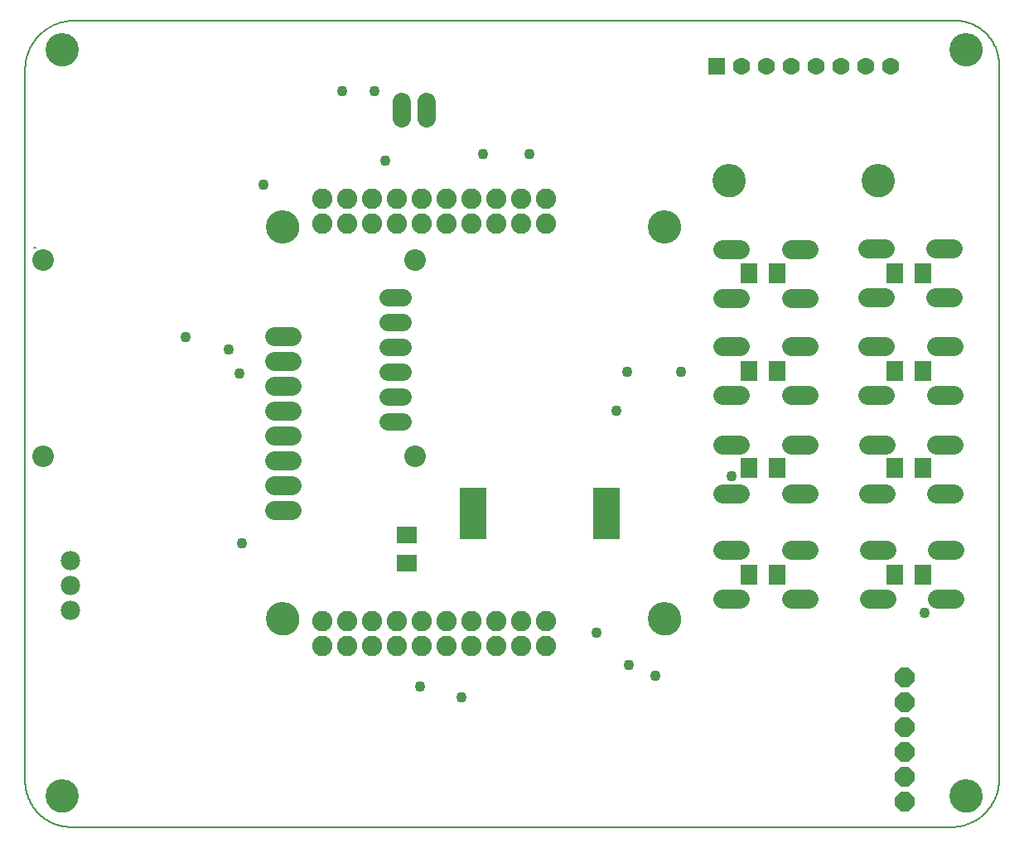
<source format=gbs>
G75*
%MOIN*%
%OFA0B0*%
%FSLAX25Y25*%
%IPPOS*%
%LPD*%
%AMOC8*
5,1,8,0,0,1.08239X$1,22.5*
%
%ADD10C,0.00000*%
%ADD11C,0.13398*%
%ADD12C,0.00600*%
%ADD13C,0.07800*%
%ADD14R,0.07099X0.07898*%
%ADD15C,0.07400*%
%ADD16C,0.08200*%
%ADD17C,0.07800*%
%ADD18R,0.06950X0.06950*%
%ADD19C,0.06950*%
%ADD20C,0.06950*%
%ADD21C,0.08674*%
%ADD22C,0.00500*%
%ADD23OC8,0.07800*%
%ADD24R,0.10800X0.20800*%
%ADD25R,0.07898X0.07099*%
%ADD26C,0.04300*%
D10*
X0021741Y0016918D02*
X0021743Y0017076D01*
X0021749Y0017234D01*
X0021759Y0017392D01*
X0021773Y0017550D01*
X0021791Y0017707D01*
X0021812Y0017864D01*
X0021838Y0018020D01*
X0021868Y0018176D01*
X0021901Y0018331D01*
X0021939Y0018484D01*
X0021980Y0018637D01*
X0022025Y0018789D01*
X0022074Y0018940D01*
X0022127Y0019089D01*
X0022183Y0019237D01*
X0022243Y0019383D01*
X0022307Y0019528D01*
X0022375Y0019671D01*
X0022446Y0019813D01*
X0022520Y0019953D01*
X0022598Y0020090D01*
X0022680Y0020226D01*
X0022764Y0020360D01*
X0022853Y0020491D01*
X0022944Y0020620D01*
X0023039Y0020747D01*
X0023136Y0020872D01*
X0023237Y0020994D01*
X0023341Y0021113D01*
X0023448Y0021230D01*
X0023558Y0021344D01*
X0023671Y0021455D01*
X0023786Y0021564D01*
X0023904Y0021669D01*
X0024025Y0021771D01*
X0024148Y0021871D01*
X0024274Y0021967D01*
X0024402Y0022060D01*
X0024532Y0022150D01*
X0024665Y0022236D01*
X0024800Y0022320D01*
X0024936Y0022399D01*
X0025075Y0022476D01*
X0025216Y0022548D01*
X0025358Y0022618D01*
X0025502Y0022683D01*
X0025648Y0022745D01*
X0025795Y0022803D01*
X0025944Y0022858D01*
X0026094Y0022909D01*
X0026245Y0022956D01*
X0026397Y0022999D01*
X0026550Y0023038D01*
X0026705Y0023074D01*
X0026860Y0023105D01*
X0027016Y0023133D01*
X0027172Y0023157D01*
X0027329Y0023177D01*
X0027487Y0023193D01*
X0027644Y0023205D01*
X0027803Y0023213D01*
X0027961Y0023217D01*
X0028119Y0023217D01*
X0028277Y0023213D01*
X0028436Y0023205D01*
X0028593Y0023193D01*
X0028751Y0023177D01*
X0028908Y0023157D01*
X0029064Y0023133D01*
X0029220Y0023105D01*
X0029375Y0023074D01*
X0029530Y0023038D01*
X0029683Y0022999D01*
X0029835Y0022956D01*
X0029986Y0022909D01*
X0030136Y0022858D01*
X0030285Y0022803D01*
X0030432Y0022745D01*
X0030578Y0022683D01*
X0030722Y0022618D01*
X0030864Y0022548D01*
X0031005Y0022476D01*
X0031144Y0022399D01*
X0031280Y0022320D01*
X0031415Y0022236D01*
X0031548Y0022150D01*
X0031678Y0022060D01*
X0031806Y0021967D01*
X0031932Y0021871D01*
X0032055Y0021771D01*
X0032176Y0021669D01*
X0032294Y0021564D01*
X0032409Y0021455D01*
X0032522Y0021344D01*
X0032632Y0021230D01*
X0032739Y0021113D01*
X0032843Y0020994D01*
X0032944Y0020872D01*
X0033041Y0020747D01*
X0033136Y0020620D01*
X0033227Y0020491D01*
X0033316Y0020360D01*
X0033400Y0020226D01*
X0033482Y0020090D01*
X0033560Y0019953D01*
X0033634Y0019813D01*
X0033705Y0019671D01*
X0033773Y0019528D01*
X0033837Y0019383D01*
X0033897Y0019237D01*
X0033953Y0019089D01*
X0034006Y0018940D01*
X0034055Y0018789D01*
X0034100Y0018637D01*
X0034141Y0018484D01*
X0034179Y0018331D01*
X0034212Y0018176D01*
X0034242Y0018020D01*
X0034268Y0017864D01*
X0034289Y0017707D01*
X0034307Y0017550D01*
X0034321Y0017392D01*
X0034331Y0017234D01*
X0034337Y0017076D01*
X0034339Y0016918D01*
X0034337Y0016760D01*
X0034331Y0016602D01*
X0034321Y0016444D01*
X0034307Y0016286D01*
X0034289Y0016129D01*
X0034268Y0015972D01*
X0034242Y0015816D01*
X0034212Y0015660D01*
X0034179Y0015505D01*
X0034141Y0015352D01*
X0034100Y0015199D01*
X0034055Y0015047D01*
X0034006Y0014896D01*
X0033953Y0014747D01*
X0033897Y0014599D01*
X0033837Y0014453D01*
X0033773Y0014308D01*
X0033705Y0014165D01*
X0033634Y0014023D01*
X0033560Y0013883D01*
X0033482Y0013746D01*
X0033400Y0013610D01*
X0033316Y0013476D01*
X0033227Y0013345D01*
X0033136Y0013216D01*
X0033041Y0013089D01*
X0032944Y0012964D01*
X0032843Y0012842D01*
X0032739Y0012723D01*
X0032632Y0012606D01*
X0032522Y0012492D01*
X0032409Y0012381D01*
X0032294Y0012272D01*
X0032176Y0012167D01*
X0032055Y0012065D01*
X0031932Y0011965D01*
X0031806Y0011869D01*
X0031678Y0011776D01*
X0031548Y0011686D01*
X0031415Y0011600D01*
X0031280Y0011516D01*
X0031144Y0011437D01*
X0031005Y0011360D01*
X0030864Y0011288D01*
X0030722Y0011218D01*
X0030578Y0011153D01*
X0030432Y0011091D01*
X0030285Y0011033D01*
X0030136Y0010978D01*
X0029986Y0010927D01*
X0029835Y0010880D01*
X0029683Y0010837D01*
X0029530Y0010798D01*
X0029375Y0010762D01*
X0029220Y0010731D01*
X0029064Y0010703D01*
X0028908Y0010679D01*
X0028751Y0010659D01*
X0028593Y0010643D01*
X0028436Y0010631D01*
X0028277Y0010623D01*
X0028119Y0010619D01*
X0027961Y0010619D01*
X0027803Y0010623D01*
X0027644Y0010631D01*
X0027487Y0010643D01*
X0027329Y0010659D01*
X0027172Y0010679D01*
X0027016Y0010703D01*
X0026860Y0010731D01*
X0026705Y0010762D01*
X0026550Y0010798D01*
X0026397Y0010837D01*
X0026245Y0010880D01*
X0026094Y0010927D01*
X0025944Y0010978D01*
X0025795Y0011033D01*
X0025648Y0011091D01*
X0025502Y0011153D01*
X0025358Y0011218D01*
X0025216Y0011288D01*
X0025075Y0011360D01*
X0024936Y0011437D01*
X0024800Y0011516D01*
X0024665Y0011600D01*
X0024532Y0011686D01*
X0024402Y0011776D01*
X0024274Y0011869D01*
X0024148Y0011965D01*
X0024025Y0012065D01*
X0023904Y0012167D01*
X0023786Y0012272D01*
X0023671Y0012381D01*
X0023558Y0012492D01*
X0023448Y0012606D01*
X0023341Y0012723D01*
X0023237Y0012842D01*
X0023136Y0012964D01*
X0023039Y0013089D01*
X0022944Y0013216D01*
X0022853Y0013345D01*
X0022764Y0013476D01*
X0022680Y0013610D01*
X0022598Y0013746D01*
X0022520Y0013883D01*
X0022446Y0014023D01*
X0022375Y0014165D01*
X0022307Y0014308D01*
X0022243Y0014453D01*
X0022183Y0014599D01*
X0022127Y0014747D01*
X0022074Y0014896D01*
X0022025Y0015047D01*
X0021980Y0015199D01*
X0021939Y0015352D01*
X0021901Y0015505D01*
X0021868Y0015660D01*
X0021838Y0015816D01*
X0021812Y0015972D01*
X0021791Y0016129D01*
X0021773Y0016286D01*
X0021759Y0016444D01*
X0021749Y0016602D01*
X0021743Y0016760D01*
X0021741Y0016918D01*
X0110668Y0088267D02*
X0110670Y0088425D01*
X0110676Y0088583D01*
X0110686Y0088741D01*
X0110700Y0088899D01*
X0110718Y0089056D01*
X0110739Y0089213D01*
X0110765Y0089369D01*
X0110795Y0089525D01*
X0110828Y0089680D01*
X0110866Y0089833D01*
X0110907Y0089986D01*
X0110952Y0090138D01*
X0111001Y0090289D01*
X0111054Y0090438D01*
X0111110Y0090586D01*
X0111170Y0090732D01*
X0111234Y0090877D01*
X0111302Y0091020D01*
X0111373Y0091162D01*
X0111447Y0091302D01*
X0111525Y0091439D01*
X0111607Y0091575D01*
X0111691Y0091709D01*
X0111780Y0091840D01*
X0111871Y0091969D01*
X0111966Y0092096D01*
X0112063Y0092221D01*
X0112164Y0092343D01*
X0112268Y0092462D01*
X0112375Y0092579D01*
X0112485Y0092693D01*
X0112598Y0092804D01*
X0112713Y0092913D01*
X0112831Y0093018D01*
X0112952Y0093120D01*
X0113075Y0093220D01*
X0113201Y0093316D01*
X0113329Y0093409D01*
X0113459Y0093499D01*
X0113592Y0093585D01*
X0113727Y0093669D01*
X0113863Y0093748D01*
X0114002Y0093825D01*
X0114143Y0093897D01*
X0114285Y0093967D01*
X0114429Y0094032D01*
X0114575Y0094094D01*
X0114722Y0094152D01*
X0114871Y0094207D01*
X0115021Y0094258D01*
X0115172Y0094305D01*
X0115324Y0094348D01*
X0115477Y0094387D01*
X0115632Y0094423D01*
X0115787Y0094454D01*
X0115943Y0094482D01*
X0116099Y0094506D01*
X0116256Y0094526D01*
X0116414Y0094542D01*
X0116571Y0094554D01*
X0116730Y0094562D01*
X0116888Y0094566D01*
X0117046Y0094566D01*
X0117204Y0094562D01*
X0117363Y0094554D01*
X0117520Y0094542D01*
X0117678Y0094526D01*
X0117835Y0094506D01*
X0117991Y0094482D01*
X0118147Y0094454D01*
X0118302Y0094423D01*
X0118457Y0094387D01*
X0118610Y0094348D01*
X0118762Y0094305D01*
X0118913Y0094258D01*
X0119063Y0094207D01*
X0119212Y0094152D01*
X0119359Y0094094D01*
X0119505Y0094032D01*
X0119649Y0093967D01*
X0119791Y0093897D01*
X0119932Y0093825D01*
X0120071Y0093748D01*
X0120207Y0093669D01*
X0120342Y0093585D01*
X0120475Y0093499D01*
X0120605Y0093409D01*
X0120733Y0093316D01*
X0120859Y0093220D01*
X0120982Y0093120D01*
X0121103Y0093018D01*
X0121221Y0092913D01*
X0121336Y0092804D01*
X0121449Y0092693D01*
X0121559Y0092579D01*
X0121666Y0092462D01*
X0121770Y0092343D01*
X0121871Y0092221D01*
X0121968Y0092096D01*
X0122063Y0091969D01*
X0122154Y0091840D01*
X0122243Y0091709D01*
X0122327Y0091575D01*
X0122409Y0091439D01*
X0122487Y0091302D01*
X0122561Y0091162D01*
X0122632Y0091020D01*
X0122700Y0090877D01*
X0122764Y0090732D01*
X0122824Y0090586D01*
X0122880Y0090438D01*
X0122933Y0090289D01*
X0122982Y0090138D01*
X0123027Y0089986D01*
X0123068Y0089833D01*
X0123106Y0089680D01*
X0123139Y0089525D01*
X0123169Y0089369D01*
X0123195Y0089213D01*
X0123216Y0089056D01*
X0123234Y0088899D01*
X0123248Y0088741D01*
X0123258Y0088583D01*
X0123264Y0088425D01*
X0123266Y0088267D01*
X0123264Y0088109D01*
X0123258Y0087951D01*
X0123248Y0087793D01*
X0123234Y0087635D01*
X0123216Y0087478D01*
X0123195Y0087321D01*
X0123169Y0087165D01*
X0123139Y0087009D01*
X0123106Y0086854D01*
X0123068Y0086701D01*
X0123027Y0086548D01*
X0122982Y0086396D01*
X0122933Y0086245D01*
X0122880Y0086096D01*
X0122824Y0085948D01*
X0122764Y0085802D01*
X0122700Y0085657D01*
X0122632Y0085514D01*
X0122561Y0085372D01*
X0122487Y0085232D01*
X0122409Y0085095D01*
X0122327Y0084959D01*
X0122243Y0084825D01*
X0122154Y0084694D01*
X0122063Y0084565D01*
X0121968Y0084438D01*
X0121871Y0084313D01*
X0121770Y0084191D01*
X0121666Y0084072D01*
X0121559Y0083955D01*
X0121449Y0083841D01*
X0121336Y0083730D01*
X0121221Y0083621D01*
X0121103Y0083516D01*
X0120982Y0083414D01*
X0120859Y0083314D01*
X0120733Y0083218D01*
X0120605Y0083125D01*
X0120475Y0083035D01*
X0120342Y0082949D01*
X0120207Y0082865D01*
X0120071Y0082786D01*
X0119932Y0082709D01*
X0119791Y0082637D01*
X0119649Y0082567D01*
X0119505Y0082502D01*
X0119359Y0082440D01*
X0119212Y0082382D01*
X0119063Y0082327D01*
X0118913Y0082276D01*
X0118762Y0082229D01*
X0118610Y0082186D01*
X0118457Y0082147D01*
X0118302Y0082111D01*
X0118147Y0082080D01*
X0117991Y0082052D01*
X0117835Y0082028D01*
X0117678Y0082008D01*
X0117520Y0081992D01*
X0117363Y0081980D01*
X0117204Y0081972D01*
X0117046Y0081968D01*
X0116888Y0081968D01*
X0116730Y0081972D01*
X0116571Y0081980D01*
X0116414Y0081992D01*
X0116256Y0082008D01*
X0116099Y0082028D01*
X0115943Y0082052D01*
X0115787Y0082080D01*
X0115632Y0082111D01*
X0115477Y0082147D01*
X0115324Y0082186D01*
X0115172Y0082229D01*
X0115021Y0082276D01*
X0114871Y0082327D01*
X0114722Y0082382D01*
X0114575Y0082440D01*
X0114429Y0082502D01*
X0114285Y0082567D01*
X0114143Y0082637D01*
X0114002Y0082709D01*
X0113863Y0082786D01*
X0113727Y0082865D01*
X0113592Y0082949D01*
X0113459Y0083035D01*
X0113329Y0083125D01*
X0113201Y0083218D01*
X0113075Y0083314D01*
X0112952Y0083414D01*
X0112831Y0083516D01*
X0112713Y0083621D01*
X0112598Y0083730D01*
X0112485Y0083841D01*
X0112375Y0083955D01*
X0112268Y0084072D01*
X0112164Y0084191D01*
X0112063Y0084313D01*
X0111966Y0084438D01*
X0111871Y0084565D01*
X0111780Y0084694D01*
X0111691Y0084825D01*
X0111607Y0084959D01*
X0111525Y0085095D01*
X0111447Y0085232D01*
X0111373Y0085372D01*
X0111302Y0085514D01*
X0111234Y0085657D01*
X0111170Y0085802D01*
X0111110Y0085948D01*
X0111054Y0086096D01*
X0111001Y0086245D01*
X0110952Y0086396D01*
X0110907Y0086548D01*
X0110866Y0086701D01*
X0110828Y0086854D01*
X0110795Y0087009D01*
X0110765Y0087165D01*
X0110739Y0087321D01*
X0110718Y0087478D01*
X0110700Y0087635D01*
X0110686Y0087793D01*
X0110676Y0087951D01*
X0110670Y0088109D01*
X0110668Y0088267D01*
X0166159Y0153902D02*
X0166161Y0154027D01*
X0166167Y0154152D01*
X0166177Y0154276D01*
X0166191Y0154400D01*
X0166208Y0154524D01*
X0166230Y0154647D01*
X0166256Y0154769D01*
X0166285Y0154891D01*
X0166318Y0155011D01*
X0166356Y0155130D01*
X0166396Y0155249D01*
X0166441Y0155365D01*
X0166489Y0155480D01*
X0166541Y0155594D01*
X0166597Y0155706D01*
X0166656Y0155816D01*
X0166718Y0155924D01*
X0166784Y0156031D01*
X0166853Y0156135D01*
X0166926Y0156236D01*
X0167001Y0156336D01*
X0167080Y0156433D01*
X0167162Y0156527D01*
X0167247Y0156619D01*
X0167334Y0156708D01*
X0167425Y0156794D01*
X0167518Y0156877D01*
X0167614Y0156958D01*
X0167712Y0157035D01*
X0167812Y0157109D01*
X0167915Y0157180D01*
X0168020Y0157247D01*
X0168128Y0157312D01*
X0168237Y0157372D01*
X0168348Y0157430D01*
X0168461Y0157483D01*
X0168575Y0157533D01*
X0168691Y0157580D01*
X0168808Y0157622D01*
X0168927Y0157661D01*
X0169047Y0157697D01*
X0169168Y0157728D01*
X0169290Y0157756D01*
X0169412Y0157779D01*
X0169536Y0157799D01*
X0169660Y0157815D01*
X0169784Y0157827D01*
X0169909Y0157835D01*
X0170034Y0157839D01*
X0170158Y0157839D01*
X0170283Y0157835D01*
X0170408Y0157827D01*
X0170532Y0157815D01*
X0170656Y0157799D01*
X0170780Y0157779D01*
X0170902Y0157756D01*
X0171024Y0157728D01*
X0171145Y0157697D01*
X0171265Y0157661D01*
X0171384Y0157622D01*
X0171501Y0157580D01*
X0171617Y0157533D01*
X0171731Y0157483D01*
X0171844Y0157430D01*
X0171955Y0157372D01*
X0172065Y0157312D01*
X0172172Y0157247D01*
X0172277Y0157180D01*
X0172380Y0157109D01*
X0172480Y0157035D01*
X0172578Y0156958D01*
X0172674Y0156877D01*
X0172767Y0156794D01*
X0172858Y0156708D01*
X0172945Y0156619D01*
X0173030Y0156527D01*
X0173112Y0156433D01*
X0173191Y0156336D01*
X0173266Y0156236D01*
X0173339Y0156135D01*
X0173408Y0156031D01*
X0173474Y0155924D01*
X0173536Y0155816D01*
X0173595Y0155706D01*
X0173651Y0155594D01*
X0173703Y0155480D01*
X0173751Y0155365D01*
X0173796Y0155249D01*
X0173836Y0155130D01*
X0173874Y0155011D01*
X0173907Y0154891D01*
X0173936Y0154769D01*
X0173962Y0154647D01*
X0173984Y0154524D01*
X0174001Y0154400D01*
X0174015Y0154276D01*
X0174025Y0154152D01*
X0174031Y0154027D01*
X0174033Y0153902D01*
X0174031Y0153777D01*
X0174025Y0153652D01*
X0174015Y0153528D01*
X0174001Y0153404D01*
X0173984Y0153280D01*
X0173962Y0153157D01*
X0173936Y0153035D01*
X0173907Y0152913D01*
X0173874Y0152793D01*
X0173836Y0152674D01*
X0173796Y0152555D01*
X0173751Y0152439D01*
X0173703Y0152324D01*
X0173651Y0152210D01*
X0173595Y0152098D01*
X0173536Y0151988D01*
X0173474Y0151880D01*
X0173408Y0151773D01*
X0173339Y0151669D01*
X0173266Y0151568D01*
X0173191Y0151468D01*
X0173112Y0151371D01*
X0173030Y0151277D01*
X0172945Y0151185D01*
X0172858Y0151096D01*
X0172767Y0151010D01*
X0172674Y0150927D01*
X0172578Y0150846D01*
X0172480Y0150769D01*
X0172380Y0150695D01*
X0172277Y0150624D01*
X0172172Y0150557D01*
X0172064Y0150492D01*
X0171955Y0150432D01*
X0171844Y0150374D01*
X0171731Y0150321D01*
X0171617Y0150271D01*
X0171501Y0150224D01*
X0171384Y0150182D01*
X0171265Y0150143D01*
X0171145Y0150107D01*
X0171024Y0150076D01*
X0170902Y0150048D01*
X0170780Y0150025D01*
X0170656Y0150005D01*
X0170532Y0149989D01*
X0170408Y0149977D01*
X0170283Y0149969D01*
X0170158Y0149965D01*
X0170034Y0149965D01*
X0169909Y0149969D01*
X0169784Y0149977D01*
X0169660Y0149989D01*
X0169536Y0150005D01*
X0169412Y0150025D01*
X0169290Y0150048D01*
X0169168Y0150076D01*
X0169047Y0150107D01*
X0168927Y0150143D01*
X0168808Y0150182D01*
X0168691Y0150224D01*
X0168575Y0150271D01*
X0168461Y0150321D01*
X0168348Y0150374D01*
X0168237Y0150432D01*
X0168127Y0150492D01*
X0168020Y0150557D01*
X0167915Y0150624D01*
X0167812Y0150695D01*
X0167712Y0150769D01*
X0167614Y0150846D01*
X0167518Y0150927D01*
X0167425Y0151010D01*
X0167334Y0151096D01*
X0167247Y0151185D01*
X0167162Y0151277D01*
X0167080Y0151371D01*
X0167001Y0151468D01*
X0166926Y0151568D01*
X0166853Y0151669D01*
X0166784Y0151773D01*
X0166718Y0151880D01*
X0166656Y0151988D01*
X0166597Y0152098D01*
X0166541Y0152210D01*
X0166489Y0152324D01*
X0166441Y0152439D01*
X0166396Y0152555D01*
X0166356Y0152674D01*
X0166318Y0152793D01*
X0166285Y0152913D01*
X0166256Y0153035D01*
X0166230Y0153157D01*
X0166208Y0153280D01*
X0166191Y0153404D01*
X0166177Y0153528D01*
X0166167Y0153652D01*
X0166161Y0153777D01*
X0166159Y0153902D01*
X0166159Y0232670D02*
X0166161Y0232795D01*
X0166167Y0232920D01*
X0166177Y0233044D01*
X0166191Y0233168D01*
X0166208Y0233292D01*
X0166230Y0233415D01*
X0166256Y0233537D01*
X0166285Y0233659D01*
X0166318Y0233779D01*
X0166356Y0233898D01*
X0166396Y0234017D01*
X0166441Y0234133D01*
X0166489Y0234248D01*
X0166541Y0234362D01*
X0166597Y0234474D01*
X0166656Y0234584D01*
X0166718Y0234692D01*
X0166784Y0234799D01*
X0166853Y0234903D01*
X0166926Y0235004D01*
X0167001Y0235104D01*
X0167080Y0235201D01*
X0167162Y0235295D01*
X0167247Y0235387D01*
X0167334Y0235476D01*
X0167425Y0235562D01*
X0167518Y0235645D01*
X0167614Y0235726D01*
X0167712Y0235803D01*
X0167812Y0235877D01*
X0167915Y0235948D01*
X0168020Y0236015D01*
X0168128Y0236080D01*
X0168237Y0236140D01*
X0168348Y0236198D01*
X0168461Y0236251D01*
X0168575Y0236301D01*
X0168691Y0236348D01*
X0168808Y0236390D01*
X0168927Y0236429D01*
X0169047Y0236465D01*
X0169168Y0236496D01*
X0169290Y0236524D01*
X0169412Y0236547D01*
X0169536Y0236567D01*
X0169660Y0236583D01*
X0169784Y0236595D01*
X0169909Y0236603D01*
X0170034Y0236607D01*
X0170158Y0236607D01*
X0170283Y0236603D01*
X0170408Y0236595D01*
X0170532Y0236583D01*
X0170656Y0236567D01*
X0170780Y0236547D01*
X0170902Y0236524D01*
X0171024Y0236496D01*
X0171145Y0236465D01*
X0171265Y0236429D01*
X0171384Y0236390D01*
X0171501Y0236348D01*
X0171617Y0236301D01*
X0171731Y0236251D01*
X0171844Y0236198D01*
X0171955Y0236140D01*
X0172065Y0236080D01*
X0172172Y0236015D01*
X0172277Y0235948D01*
X0172380Y0235877D01*
X0172480Y0235803D01*
X0172578Y0235726D01*
X0172674Y0235645D01*
X0172767Y0235562D01*
X0172858Y0235476D01*
X0172945Y0235387D01*
X0173030Y0235295D01*
X0173112Y0235201D01*
X0173191Y0235104D01*
X0173266Y0235004D01*
X0173339Y0234903D01*
X0173408Y0234799D01*
X0173474Y0234692D01*
X0173536Y0234584D01*
X0173595Y0234474D01*
X0173651Y0234362D01*
X0173703Y0234248D01*
X0173751Y0234133D01*
X0173796Y0234017D01*
X0173836Y0233898D01*
X0173874Y0233779D01*
X0173907Y0233659D01*
X0173936Y0233537D01*
X0173962Y0233415D01*
X0173984Y0233292D01*
X0174001Y0233168D01*
X0174015Y0233044D01*
X0174025Y0232920D01*
X0174031Y0232795D01*
X0174033Y0232670D01*
X0174031Y0232545D01*
X0174025Y0232420D01*
X0174015Y0232296D01*
X0174001Y0232172D01*
X0173984Y0232048D01*
X0173962Y0231925D01*
X0173936Y0231803D01*
X0173907Y0231681D01*
X0173874Y0231561D01*
X0173836Y0231442D01*
X0173796Y0231323D01*
X0173751Y0231207D01*
X0173703Y0231092D01*
X0173651Y0230978D01*
X0173595Y0230866D01*
X0173536Y0230756D01*
X0173474Y0230648D01*
X0173408Y0230541D01*
X0173339Y0230437D01*
X0173266Y0230336D01*
X0173191Y0230236D01*
X0173112Y0230139D01*
X0173030Y0230045D01*
X0172945Y0229953D01*
X0172858Y0229864D01*
X0172767Y0229778D01*
X0172674Y0229695D01*
X0172578Y0229614D01*
X0172480Y0229537D01*
X0172380Y0229463D01*
X0172277Y0229392D01*
X0172172Y0229325D01*
X0172064Y0229260D01*
X0171955Y0229200D01*
X0171844Y0229142D01*
X0171731Y0229089D01*
X0171617Y0229039D01*
X0171501Y0228992D01*
X0171384Y0228950D01*
X0171265Y0228911D01*
X0171145Y0228875D01*
X0171024Y0228844D01*
X0170902Y0228816D01*
X0170780Y0228793D01*
X0170656Y0228773D01*
X0170532Y0228757D01*
X0170408Y0228745D01*
X0170283Y0228737D01*
X0170158Y0228733D01*
X0170034Y0228733D01*
X0169909Y0228737D01*
X0169784Y0228745D01*
X0169660Y0228757D01*
X0169536Y0228773D01*
X0169412Y0228793D01*
X0169290Y0228816D01*
X0169168Y0228844D01*
X0169047Y0228875D01*
X0168927Y0228911D01*
X0168808Y0228950D01*
X0168691Y0228992D01*
X0168575Y0229039D01*
X0168461Y0229089D01*
X0168348Y0229142D01*
X0168237Y0229200D01*
X0168127Y0229260D01*
X0168020Y0229325D01*
X0167915Y0229392D01*
X0167812Y0229463D01*
X0167712Y0229537D01*
X0167614Y0229614D01*
X0167518Y0229695D01*
X0167425Y0229778D01*
X0167334Y0229864D01*
X0167247Y0229953D01*
X0167162Y0230045D01*
X0167080Y0230139D01*
X0167001Y0230236D01*
X0166926Y0230336D01*
X0166853Y0230437D01*
X0166784Y0230541D01*
X0166718Y0230648D01*
X0166656Y0230756D01*
X0166597Y0230866D01*
X0166541Y0230978D01*
X0166489Y0231092D01*
X0166441Y0231207D01*
X0166396Y0231323D01*
X0166356Y0231442D01*
X0166318Y0231561D01*
X0166285Y0231681D01*
X0166256Y0231803D01*
X0166230Y0231925D01*
X0166208Y0232048D01*
X0166191Y0232172D01*
X0166177Y0232296D01*
X0166167Y0232420D01*
X0166161Y0232545D01*
X0166159Y0232670D01*
X0110668Y0246148D02*
X0110670Y0246306D01*
X0110676Y0246464D01*
X0110686Y0246622D01*
X0110700Y0246780D01*
X0110718Y0246937D01*
X0110739Y0247094D01*
X0110765Y0247250D01*
X0110795Y0247406D01*
X0110828Y0247561D01*
X0110866Y0247714D01*
X0110907Y0247867D01*
X0110952Y0248019D01*
X0111001Y0248170D01*
X0111054Y0248319D01*
X0111110Y0248467D01*
X0111170Y0248613D01*
X0111234Y0248758D01*
X0111302Y0248901D01*
X0111373Y0249043D01*
X0111447Y0249183D01*
X0111525Y0249320D01*
X0111607Y0249456D01*
X0111691Y0249590D01*
X0111780Y0249721D01*
X0111871Y0249850D01*
X0111966Y0249977D01*
X0112063Y0250102D01*
X0112164Y0250224D01*
X0112268Y0250343D01*
X0112375Y0250460D01*
X0112485Y0250574D01*
X0112598Y0250685D01*
X0112713Y0250794D01*
X0112831Y0250899D01*
X0112952Y0251001D01*
X0113075Y0251101D01*
X0113201Y0251197D01*
X0113329Y0251290D01*
X0113459Y0251380D01*
X0113592Y0251466D01*
X0113727Y0251550D01*
X0113863Y0251629D01*
X0114002Y0251706D01*
X0114143Y0251778D01*
X0114285Y0251848D01*
X0114429Y0251913D01*
X0114575Y0251975D01*
X0114722Y0252033D01*
X0114871Y0252088D01*
X0115021Y0252139D01*
X0115172Y0252186D01*
X0115324Y0252229D01*
X0115477Y0252268D01*
X0115632Y0252304D01*
X0115787Y0252335D01*
X0115943Y0252363D01*
X0116099Y0252387D01*
X0116256Y0252407D01*
X0116414Y0252423D01*
X0116571Y0252435D01*
X0116730Y0252443D01*
X0116888Y0252447D01*
X0117046Y0252447D01*
X0117204Y0252443D01*
X0117363Y0252435D01*
X0117520Y0252423D01*
X0117678Y0252407D01*
X0117835Y0252387D01*
X0117991Y0252363D01*
X0118147Y0252335D01*
X0118302Y0252304D01*
X0118457Y0252268D01*
X0118610Y0252229D01*
X0118762Y0252186D01*
X0118913Y0252139D01*
X0119063Y0252088D01*
X0119212Y0252033D01*
X0119359Y0251975D01*
X0119505Y0251913D01*
X0119649Y0251848D01*
X0119791Y0251778D01*
X0119932Y0251706D01*
X0120071Y0251629D01*
X0120207Y0251550D01*
X0120342Y0251466D01*
X0120475Y0251380D01*
X0120605Y0251290D01*
X0120733Y0251197D01*
X0120859Y0251101D01*
X0120982Y0251001D01*
X0121103Y0250899D01*
X0121221Y0250794D01*
X0121336Y0250685D01*
X0121449Y0250574D01*
X0121559Y0250460D01*
X0121666Y0250343D01*
X0121770Y0250224D01*
X0121871Y0250102D01*
X0121968Y0249977D01*
X0122063Y0249850D01*
X0122154Y0249721D01*
X0122243Y0249590D01*
X0122327Y0249456D01*
X0122409Y0249320D01*
X0122487Y0249183D01*
X0122561Y0249043D01*
X0122632Y0248901D01*
X0122700Y0248758D01*
X0122764Y0248613D01*
X0122824Y0248467D01*
X0122880Y0248319D01*
X0122933Y0248170D01*
X0122982Y0248019D01*
X0123027Y0247867D01*
X0123068Y0247714D01*
X0123106Y0247561D01*
X0123139Y0247406D01*
X0123169Y0247250D01*
X0123195Y0247094D01*
X0123216Y0246937D01*
X0123234Y0246780D01*
X0123248Y0246622D01*
X0123258Y0246464D01*
X0123264Y0246306D01*
X0123266Y0246148D01*
X0123264Y0245990D01*
X0123258Y0245832D01*
X0123248Y0245674D01*
X0123234Y0245516D01*
X0123216Y0245359D01*
X0123195Y0245202D01*
X0123169Y0245046D01*
X0123139Y0244890D01*
X0123106Y0244735D01*
X0123068Y0244582D01*
X0123027Y0244429D01*
X0122982Y0244277D01*
X0122933Y0244126D01*
X0122880Y0243977D01*
X0122824Y0243829D01*
X0122764Y0243683D01*
X0122700Y0243538D01*
X0122632Y0243395D01*
X0122561Y0243253D01*
X0122487Y0243113D01*
X0122409Y0242976D01*
X0122327Y0242840D01*
X0122243Y0242706D01*
X0122154Y0242575D01*
X0122063Y0242446D01*
X0121968Y0242319D01*
X0121871Y0242194D01*
X0121770Y0242072D01*
X0121666Y0241953D01*
X0121559Y0241836D01*
X0121449Y0241722D01*
X0121336Y0241611D01*
X0121221Y0241502D01*
X0121103Y0241397D01*
X0120982Y0241295D01*
X0120859Y0241195D01*
X0120733Y0241099D01*
X0120605Y0241006D01*
X0120475Y0240916D01*
X0120342Y0240830D01*
X0120207Y0240746D01*
X0120071Y0240667D01*
X0119932Y0240590D01*
X0119791Y0240518D01*
X0119649Y0240448D01*
X0119505Y0240383D01*
X0119359Y0240321D01*
X0119212Y0240263D01*
X0119063Y0240208D01*
X0118913Y0240157D01*
X0118762Y0240110D01*
X0118610Y0240067D01*
X0118457Y0240028D01*
X0118302Y0239992D01*
X0118147Y0239961D01*
X0117991Y0239933D01*
X0117835Y0239909D01*
X0117678Y0239889D01*
X0117520Y0239873D01*
X0117363Y0239861D01*
X0117204Y0239853D01*
X0117046Y0239849D01*
X0116888Y0239849D01*
X0116730Y0239853D01*
X0116571Y0239861D01*
X0116414Y0239873D01*
X0116256Y0239889D01*
X0116099Y0239909D01*
X0115943Y0239933D01*
X0115787Y0239961D01*
X0115632Y0239992D01*
X0115477Y0240028D01*
X0115324Y0240067D01*
X0115172Y0240110D01*
X0115021Y0240157D01*
X0114871Y0240208D01*
X0114722Y0240263D01*
X0114575Y0240321D01*
X0114429Y0240383D01*
X0114285Y0240448D01*
X0114143Y0240518D01*
X0114002Y0240590D01*
X0113863Y0240667D01*
X0113727Y0240746D01*
X0113592Y0240830D01*
X0113459Y0240916D01*
X0113329Y0241006D01*
X0113201Y0241099D01*
X0113075Y0241195D01*
X0112952Y0241295D01*
X0112831Y0241397D01*
X0112713Y0241502D01*
X0112598Y0241611D01*
X0112485Y0241722D01*
X0112375Y0241836D01*
X0112268Y0241953D01*
X0112164Y0242072D01*
X0112063Y0242194D01*
X0111966Y0242319D01*
X0111871Y0242446D01*
X0111780Y0242575D01*
X0111691Y0242706D01*
X0111607Y0242840D01*
X0111525Y0242976D01*
X0111447Y0243113D01*
X0111373Y0243253D01*
X0111302Y0243395D01*
X0111234Y0243538D01*
X0111170Y0243683D01*
X0111110Y0243829D01*
X0111054Y0243977D01*
X0111001Y0244126D01*
X0110952Y0244277D01*
X0110907Y0244429D01*
X0110866Y0244582D01*
X0110828Y0244735D01*
X0110795Y0244890D01*
X0110765Y0245046D01*
X0110739Y0245202D01*
X0110718Y0245359D01*
X0110700Y0245516D01*
X0110686Y0245674D01*
X0110676Y0245832D01*
X0110670Y0245990D01*
X0110668Y0246148D01*
X0021741Y0317342D02*
X0021743Y0317500D01*
X0021749Y0317658D01*
X0021759Y0317816D01*
X0021773Y0317974D01*
X0021791Y0318131D01*
X0021812Y0318288D01*
X0021838Y0318444D01*
X0021868Y0318600D01*
X0021901Y0318755D01*
X0021939Y0318908D01*
X0021980Y0319061D01*
X0022025Y0319213D01*
X0022074Y0319364D01*
X0022127Y0319513D01*
X0022183Y0319661D01*
X0022243Y0319807D01*
X0022307Y0319952D01*
X0022375Y0320095D01*
X0022446Y0320237D01*
X0022520Y0320377D01*
X0022598Y0320514D01*
X0022680Y0320650D01*
X0022764Y0320784D01*
X0022853Y0320915D01*
X0022944Y0321044D01*
X0023039Y0321171D01*
X0023136Y0321296D01*
X0023237Y0321418D01*
X0023341Y0321537D01*
X0023448Y0321654D01*
X0023558Y0321768D01*
X0023671Y0321879D01*
X0023786Y0321988D01*
X0023904Y0322093D01*
X0024025Y0322195D01*
X0024148Y0322295D01*
X0024274Y0322391D01*
X0024402Y0322484D01*
X0024532Y0322574D01*
X0024665Y0322660D01*
X0024800Y0322744D01*
X0024936Y0322823D01*
X0025075Y0322900D01*
X0025216Y0322972D01*
X0025358Y0323042D01*
X0025502Y0323107D01*
X0025648Y0323169D01*
X0025795Y0323227D01*
X0025944Y0323282D01*
X0026094Y0323333D01*
X0026245Y0323380D01*
X0026397Y0323423D01*
X0026550Y0323462D01*
X0026705Y0323498D01*
X0026860Y0323529D01*
X0027016Y0323557D01*
X0027172Y0323581D01*
X0027329Y0323601D01*
X0027487Y0323617D01*
X0027644Y0323629D01*
X0027803Y0323637D01*
X0027961Y0323641D01*
X0028119Y0323641D01*
X0028277Y0323637D01*
X0028436Y0323629D01*
X0028593Y0323617D01*
X0028751Y0323601D01*
X0028908Y0323581D01*
X0029064Y0323557D01*
X0029220Y0323529D01*
X0029375Y0323498D01*
X0029530Y0323462D01*
X0029683Y0323423D01*
X0029835Y0323380D01*
X0029986Y0323333D01*
X0030136Y0323282D01*
X0030285Y0323227D01*
X0030432Y0323169D01*
X0030578Y0323107D01*
X0030722Y0323042D01*
X0030864Y0322972D01*
X0031005Y0322900D01*
X0031144Y0322823D01*
X0031280Y0322744D01*
X0031415Y0322660D01*
X0031548Y0322574D01*
X0031678Y0322484D01*
X0031806Y0322391D01*
X0031932Y0322295D01*
X0032055Y0322195D01*
X0032176Y0322093D01*
X0032294Y0321988D01*
X0032409Y0321879D01*
X0032522Y0321768D01*
X0032632Y0321654D01*
X0032739Y0321537D01*
X0032843Y0321418D01*
X0032944Y0321296D01*
X0033041Y0321171D01*
X0033136Y0321044D01*
X0033227Y0320915D01*
X0033316Y0320784D01*
X0033400Y0320650D01*
X0033482Y0320514D01*
X0033560Y0320377D01*
X0033634Y0320237D01*
X0033705Y0320095D01*
X0033773Y0319952D01*
X0033837Y0319807D01*
X0033897Y0319661D01*
X0033953Y0319513D01*
X0034006Y0319364D01*
X0034055Y0319213D01*
X0034100Y0319061D01*
X0034141Y0318908D01*
X0034179Y0318755D01*
X0034212Y0318600D01*
X0034242Y0318444D01*
X0034268Y0318288D01*
X0034289Y0318131D01*
X0034307Y0317974D01*
X0034321Y0317816D01*
X0034331Y0317658D01*
X0034337Y0317500D01*
X0034339Y0317342D01*
X0034337Y0317184D01*
X0034331Y0317026D01*
X0034321Y0316868D01*
X0034307Y0316710D01*
X0034289Y0316553D01*
X0034268Y0316396D01*
X0034242Y0316240D01*
X0034212Y0316084D01*
X0034179Y0315929D01*
X0034141Y0315776D01*
X0034100Y0315623D01*
X0034055Y0315471D01*
X0034006Y0315320D01*
X0033953Y0315171D01*
X0033897Y0315023D01*
X0033837Y0314877D01*
X0033773Y0314732D01*
X0033705Y0314589D01*
X0033634Y0314447D01*
X0033560Y0314307D01*
X0033482Y0314170D01*
X0033400Y0314034D01*
X0033316Y0313900D01*
X0033227Y0313769D01*
X0033136Y0313640D01*
X0033041Y0313513D01*
X0032944Y0313388D01*
X0032843Y0313266D01*
X0032739Y0313147D01*
X0032632Y0313030D01*
X0032522Y0312916D01*
X0032409Y0312805D01*
X0032294Y0312696D01*
X0032176Y0312591D01*
X0032055Y0312489D01*
X0031932Y0312389D01*
X0031806Y0312293D01*
X0031678Y0312200D01*
X0031548Y0312110D01*
X0031415Y0312024D01*
X0031280Y0311940D01*
X0031144Y0311861D01*
X0031005Y0311784D01*
X0030864Y0311712D01*
X0030722Y0311642D01*
X0030578Y0311577D01*
X0030432Y0311515D01*
X0030285Y0311457D01*
X0030136Y0311402D01*
X0029986Y0311351D01*
X0029835Y0311304D01*
X0029683Y0311261D01*
X0029530Y0311222D01*
X0029375Y0311186D01*
X0029220Y0311155D01*
X0029064Y0311127D01*
X0028908Y0311103D01*
X0028751Y0311083D01*
X0028593Y0311067D01*
X0028436Y0311055D01*
X0028277Y0311047D01*
X0028119Y0311043D01*
X0027961Y0311043D01*
X0027803Y0311047D01*
X0027644Y0311055D01*
X0027487Y0311067D01*
X0027329Y0311083D01*
X0027172Y0311103D01*
X0027016Y0311127D01*
X0026860Y0311155D01*
X0026705Y0311186D01*
X0026550Y0311222D01*
X0026397Y0311261D01*
X0026245Y0311304D01*
X0026094Y0311351D01*
X0025944Y0311402D01*
X0025795Y0311457D01*
X0025648Y0311515D01*
X0025502Y0311577D01*
X0025358Y0311642D01*
X0025216Y0311712D01*
X0025075Y0311784D01*
X0024936Y0311861D01*
X0024800Y0311940D01*
X0024665Y0312024D01*
X0024532Y0312110D01*
X0024402Y0312200D01*
X0024274Y0312293D01*
X0024148Y0312389D01*
X0024025Y0312489D01*
X0023904Y0312591D01*
X0023786Y0312696D01*
X0023671Y0312805D01*
X0023558Y0312916D01*
X0023448Y0313030D01*
X0023341Y0313147D01*
X0023237Y0313266D01*
X0023136Y0313388D01*
X0023039Y0313513D01*
X0022944Y0313640D01*
X0022853Y0313769D01*
X0022764Y0313900D01*
X0022680Y0314034D01*
X0022598Y0314170D01*
X0022520Y0314307D01*
X0022446Y0314447D01*
X0022375Y0314589D01*
X0022307Y0314732D01*
X0022243Y0314877D01*
X0022183Y0315023D01*
X0022127Y0315171D01*
X0022074Y0315320D01*
X0022025Y0315471D01*
X0021980Y0315623D01*
X0021939Y0315776D01*
X0021901Y0315929D01*
X0021868Y0316084D01*
X0021838Y0316240D01*
X0021812Y0316396D01*
X0021791Y0316553D01*
X0021773Y0316710D01*
X0021759Y0316868D01*
X0021749Y0317026D01*
X0021743Y0317184D01*
X0021741Y0317342D01*
X0016500Y0232670D02*
X0016502Y0232795D01*
X0016508Y0232920D01*
X0016518Y0233044D01*
X0016532Y0233168D01*
X0016549Y0233292D01*
X0016571Y0233415D01*
X0016597Y0233537D01*
X0016626Y0233659D01*
X0016659Y0233779D01*
X0016697Y0233898D01*
X0016737Y0234017D01*
X0016782Y0234133D01*
X0016830Y0234248D01*
X0016882Y0234362D01*
X0016938Y0234474D01*
X0016997Y0234584D01*
X0017059Y0234692D01*
X0017125Y0234799D01*
X0017194Y0234903D01*
X0017267Y0235004D01*
X0017342Y0235104D01*
X0017421Y0235201D01*
X0017503Y0235295D01*
X0017588Y0235387D01*
X0017675Y0235476D01*
X0017766Y0235562D01*
X0017859Y0235645D01*
X0017955Y0235726D01*
X0018053Y0235803D01*
X0018153Y0235877D01*
X0018256Y0235948D01*
X0018361Y0236015D01*
X0018469Y0236080D01*
X0018578Y0236140D01*
X0018689Y0236198D01*
X0018802Y0236251D01*
X0018916Y0236301D01*
X0019032Y0236348D01*
X0019149Y0236390D01*
X0019268Y0236429D01*
X0019388Y0236465D01*
X0019509Y0236496D01*
X0019631Y0236524D01*
X0019753Y0236547D01*
X0019877Y0236567D01*
X0020001Y0236583D01*
X0020125Y0236595D01*
X0020250Y0236603D01*
X0020375Y0236607D01*
X0020499Y0236607D01*
X0020624Y0236603D01*
X0020749Y0236595D01*
X0020873Y0236583D01*
X0020997Y0236567D01*
X0021121Y0236547D01*
X0021243Y0236524D01*
X0021365Y0236496D01*
X0021486Y0236465D01*
X0021606Y0236429D01*
X0021725Y0236390D01*
X0021842Y0236348D01*
X0021958Y0236301D01*
X0022072Y0236251D01*
X0022185Y0236198D01*
X0022296Y0236140D01*
X0022406Y0236080D01*
X0022513Y0236015D01*
X0022618Y0235948D01*
X0022721Y0235877D01*
X0022821Y0235803D01*
X0022919Y0235726D01*
X0023015Y0235645D01*
X0023108Y0235562D01*
X0023199Y0235476D01*
X0023286Y0235387D01*
X0023371Y0235295D01*
X0023453Y0235201D01*
X0023532Y0235104D01*
X0023607Y0235004D01*
X0023680Y0234903D01*
X0023749Y0234799D01*
X0023815Y0234692D01*
X0023877Y0234584D01*
X0023936Y0234474D01*
X0023992Y0234362D01*
X0024044Y0234248D01*
X0024092Y0234133D01*
X0024137Y0234017D01*
X0024177Y0233898D01*
X0024215Y0233779D01*
X0024248Y0233659D01*
X0024277Y0233537D01*
X0024303Y0233415D01*
X0024325Y0233292D01*
X0024342Y0233168D01*
X0024356Y0233044D01*
X0024366Y0232920D01*
X0024372Y0232795D01*
X0024374Y0232670D01*
X0024372Y0232545D01*
X0024366Y0232420D01*
X0024356Y0232296D01*
X0024342Y0232172D01*
X0024325Y0232048D01*
X0024303Y0231925D01*
X0024277Y0231803D01*
X0024248Y0231681D01*
X0024215Y0231561D01*
X0024177Y0231442D01*
X0024137Y0231323D01*
X0024092Y0231207D01*
X0024044Y0231092D01*
X0023992Y0230978D01*
X0023936Y0230866D01*
X0023877Y0230756D01*
X0023815Y0230648D01*
X0023749Y0230541D01*
X0023680Y0230437D01*
X0023607Y0230336D01*
X0023532Y0230236D01*
X0023453Y0230139D01*
X0023371Y0230045D01*
X0023286Y0229953D01*
X0023199Y0229864D01*
X0023108Y0229778D01*
X0023015Y0229695D01*
X0022919Y0229614D01*
X0022821Y0229537D01*
X0022721Y0229463D01*
X0022618Y0229392D01*
X0022513Y0229325D01*
X0022405Y0229260D01*
X0022296Y0229200D01*
X0022185Y0229142D01*
X0022072Y0229089D01*
X0021958Y0229039D01*
X0021842Y0228992D01*
X0021725Y0228950D01*
X0021606Y0228911D01*
X0021486Y0228875D01*
X0021365Y0228844D01*
X0021243Y0228816D01*
X0021121Y0228793D01*
X0020997Y0228773D01*
X0020873Y0228757D01*
X0020749Y0228745D01*
X0020624Y0228737D01*
X0020499Y0228733D01*
X0020375Y0228733D01*
X0020250Y0228737D01*
X0020125Y0228745D01*
X0020001Y0228757D01*
X0019877Y0228773D01*
X0019753Y0228793D01*
X0019631Y0228816D01*
X0019509Y0228844D01*
X0019388Y0228875D01*
X0019268Y0228911D01*
X0019149Y0228950D01*
X0019032Y0228992D01*
X0018916Y0229039D01*
X0018802Y0229089D01*
X0018689Y0229142D01*
X0018578Y0229200D01*
X0018468Y0229260D01*
X0018361Y0229325D01*
X0018256Y0229392D01*
X0018153Y0229463D01*
X0018053Y0229537D01*
X0017955Y0229614D01*
X0017859Y0229695D01*
X0017766Y0229778D01*
X0017675Y0229864D01*
X0017588Y0229953D01*
X0017503Y0230045D01*
X0017421Y0230139D01*
X0017342Y0230236D01*
X0017267Y0230336D01*
X0017194Y0230437D01*
X0017125Y0230541D01*
X0017059Y0230648D01*
X0016997Y0230756D01*
X0016938Y0230866D01*
X0016882Y0230978D01*
X0016830Y0231092D01*
X0016782Y0231207D01*
X0016737Y0231323D01*
X0016697Y0231442D01*
X0016659Y0231561D01*
X0016626Y0231681D01*
X0016597Y0231803D01*
X0016571Y0231925D01*
X0016549Y0232048D01*
X0016532Y0232172D01*
X0016518Y0232296D01*
X0016508Y0232420D01*
X0016502Y0232545D01*
X0016500Y0232670D01*
X0016500Y0153902D02*
X0016502Y0154027D01*
X0016508Y0154152D01*
X0016518Y0154276D01*
X0016532Y0154400D01*
X0016549Y0154524D01*
X0016571Y0154647D01*
X0016597Y0154769D01*
X0016626Y0154891D01*
X0016659Y0155011D01*
X0016697Y0155130D01*
X0016737Y0155249D01*
X0016782Y0155365D01*
X0016830Y0155480D01*
X0016882Y0155594D01*
X0016938Y0155706D01*
X0016997Y0155816D01*
X0017059Y0155924D01*
X0017125Y0156031D01*
X0017194Y0156135D01*
X0017267Y0156236D01*
X0017342Y0156336D01*
X0017421Y0156433D01*
X0017503Y0156527D01*
X0017588Y0156619D01*
X0017675Y0156708D01*
X0017766Y0156794D01*
X0017859Y0156877D01*
X0017955Y0156958D01*
X0018053Y0157035D01*
X0018153Y0157109D01*
X0018256Y0157180D01*
X0018361Y0157247D01*
X0018469Y0157312D01*
X0018578Y0157372D01*
X0018689Y0157430D01*
X0018802Y0157483D01*
X0018916Y0157533D01*
X0019032Y0157580D01*
X0019149Y0157622D01*
X0019268Y0157661D01*
X0019388Y0157697D01*
X0019509Y0157728D01*
X0019631Y0157756D01*
X0019753Y0157779D01*
X0019877Y0157799D01*
X0020001Y0157815D01*
X0020125Y0157827D01*
X0020250Y0157835D01*
X0020375Y0157839D01*
X0020499Y0157839D01*
X0020624Y0157835D01*
X0020749Y0157827D01*
X0020873Y0157815D01*
X0020997Y0157799D01*
X0021121Y0157779D01*
X0021243Y0157756D01*
X0021365Y0157728D01*
X0021486Y0157697D01*
X0021606Y0157661D01*
X0021725Y0157622D01*
X0021842Y0157580D01*
X0021958Y0157533D01*
X0022072Y0157483D01*
X0022185Y0157430D01*
X0022296Y0157372D01*
X0022406Y0157312D01*
X0022513Y0157247D01*
X0022618Y0157180D01*
X0022721Y0157109D01*
X0022821Y0157035D01*
X0022919Y0156958D01*
X0023015Y0156877D01*
X0023108Y0156794D01*
X0023199Y0156708D01*
X0023286Y0156619D01*
X0023371Y0156527D01*
X0023453Y0156433D01*
X0023532Y0156336D01*
X0023607Y0156236D01*
X0023680Y0156135D01*
X0023749Y0156031D01*
X0023815Y0155924D01*
X0023877Y0155816D01*
X0023936Y0155706D01*
X0023992Y0155594D01*
X0024044Y0155480D01*
X0024092Y0155365D01*
X0024137Y0155249D01*
X0024177Y0155130D01*
X0024215Y0155011D01*
X0024248Y0154891D01*
X0024277Y0154769D01*
X0024303Y0154647D01*
X0024325Y0154524D01*
X0024342Y0154400D01*
X0024356Y0154276D01*
X0024366Y0154152D01*
X0024372Y0154027D01*
X0024374Y0153902D01*
X0024372Y0153777D01*
X0024366Y0153652D01*
X0024356Y0153528D01*
X0024342Y0153404D01*
X0024325Y0153280D01*
X0024303Y0153157D01*
X0024277Y0153035D01*
X0024248Y0152913D01*
X0024215Y0152793D01*
X0024177Y0152674D01*
X0024137Y0152555D01*
X0024092Y0152439D01*
X0024044Y0152324D01*
X0023992Y0152210D01*
X0023936Y0152098D01*
X0023877Y0151988D01*
X0023815Y0151880D01*
X0023749Y0151773D01*
X0023680Y0151669D01*
X0023607Y0151568D01*
X0023532Y0151468D01*
X0023453Y0151371D01*
X0023371Y0151277D01*
X0023286Y0151185D01*
X0023199Y0151096D01*
X0023108Y0151010D01*
X0023015Y0150927D01*
X0022919Y0150846D01*
X0022821Y0150769D01*
X0022721Y0150695D01*
X0022618Y0150624D01*
X0022513Y0150557D01*
X0022405Y0150492D01*
X0022296Y0150432D01*
X0022185Y0150374D01*
X0022072Y0150321D01*
X0021958Y0150271D01*
X0021842Y0150224D01*
X0021725Y0150182D01*
X0021606Y0150143D01*
X0021486Y0150107D01*
X0021365Y0150076D01*
X0021243Y0150048D01*
X0021121Y0150025D01*
X0020997Y0150005D01*
X0020873Y0149989D01*
X0020749Y0149977D01*
X0020624Y0149969D01*
X0020499Y0149965D01*
X0020375Y0149965D01*
X0020250Y0149969D01*
X0020125Y0149977D01*
X0020001Y0149989D01*
X0019877Y0150005D01*
X0019753Y0150025D01*
X0019631Y0150048D01*
X0019509Y0150076D01*
X0019388Y0150107D01*
X0019268Y0150143D01*
X0019149Y0150182D01*
X0019032Y0150224D01*
X0018916Y0150271D01*
X0018802Y0150321D01*
X0018689Y0150374D01*
X0018578Y0150432D01*
X0018468Y0150492D01*
X0018361Y0150557D01*
X0018256Y0150624D01*
X0018153Y0150695D01*
X0018053Y0150769D01*
X0017955Y0150846D01*
X0017859Y0150927D01*
X0017766Y0151010D01*
X0017675Y0151096D01*
X0017588Y0151185D01*
X0017503Y0151277D01*
X0017421Y0151371D01*
X0017342Y0151468D01*
X0017267Y0151568D01*
X0017194Y0151669D01*
X0017125Y0151773D01*
X0017059Y0151880D01*
X0016997Y0151988D01*
X0016938Y0152098D01*
X0016882Y0152210D01*
X0016830Y0152324D01*
X0016782Y0152439D01*
X0016737Y0152555D01*
X0016697Y0152674D01*
X0016659Y0152793D01*
X0016626Y0152913D01*
X0016597Y0153035D01*
X0016571Y0153157D01*
X0016549Y0153280D01*
X0016532Y0153404D01*
X0016518Y0153528D01*
X0016508Y0153652D01*
X0016502Y0153777D01*
X0016500Y0153902D01*
X0264226Y0088267D02*
X0264228Y0088425D01*
X0264234Y0088583D01*
X0264244Y0088741D01*
X0264258Y0088899D01*
X0264276Y0089056D01*
X0264297Y0089213D01*
X0264323Y0089369D01*
X0264353Y0089525D01*
X0264386Y0089680D01*
X0264424Y0089833D01*
X0264465Y0089986D01*
X0264510Y0090138D01*
X0264559Y0090289D01*
X0264612Y0090438D01*
X0264668Y0090586D01*
X0264728Y0090732D01*
X0264792Y0090877D01*
X0264860Y0091020D01*
X0264931Y0091162D01*
X0265005Y0091302D01*
X0265083Y0091439D01*
X0265165Y0091575D01*
X0265249Y0091709D01*
X0265338Y0091840D01*
X0265429Y0091969D01*
X0265524Y0092096D01*
X0265621Y0092221D01*
X0265722Y0092343D01*
X0265826Y0092462D01*
X0265933Y0092579D01*
X0266043Y0092693D01*
X0266156Y0092804D01*
X0266271Y0092913D01*
X0266389Y0093018D01*
X0266510Y0093120D01*
X0266633Y0093220D01*
X0266759Y0093316D01*
X0266887Y0093409D01*
X0267017Y0093499D01*
X0267150Y0093585D01*
X0267285Y0093669D01*
X0267421Y0093748D01*
X0267560Y0093825D01*
X0267701Y0093897D01*
X0267843Y0093967D01*
X0267987Y0094032D01*
X0268133Y0094094D01*
X0268280Y0094152D01*
X0268429Y0094207D01*
X0268579Y0094258D01*
X0268730Y0094305D01*
X0268882Y0094348D01*
X0269035Y0094387D01*
X0269190Y0094423D01*
X0269345Y0094454D01*
X0269501Y0094482D01*
X0269657Y0094506D01*
X0269814Y0094526D01*
X0269972Y0094542D01*
X0270129Y0094554D01*
X0270288Y0094562D01*
X0270446Y0094566D01*
X0270604Y0094566D01*
X0270762Y0094562D01*
X0270921Y0094554D01*
X0271078Y0094542D01*
X0271236Y0094526D01*
X0271393Y0094506D01*
X0271549Y0094482D01*
X0271705Y0094454D01*
X0271860Y0094423D01*
X0272015Y0094387D01*
X0272168Y0094348D01*
X0272320Y0094305D01*
X0272471Y0094258D01*
X0272621Y0094207D01*
X0272770Y0094152D01*
X0272917Y0094094D01*
X0273063Y0094032D01*
X0273207Y0093967D01*
X0273349Y0093897D01*
X0273490Y0093825D01*
X0273629Y0093748D01*
X0273765Y0093669D01*
X0273900Y0093585D01*
X0274033Y0093499D01*
X0274163Y0093409D01*
X0274291Y0093316D01*
X0274417Y0093220D01*
X0274540Y0093120D01*
X0274661Y0093018D01*
X0274779Y0092913D01*
X0274894Y0092804D01*
X0275007Y0092693D01*
X0275117Y0092579D01*
X0275224Y0092462D01*
X0275328Y0092343D01*
X0275429Y0092221D01*
X0275526Y0092096D01*
X0275621Y0091969D01*
X0275712Y0091840D01*
X0275801Y0091709D01*
X0275885Y0091575D01*
X0275967Y0091439D01*
X0276045Y0091302D01*
X0276119Y0091162D01*
X0276190Y0091020D01*
X0276258Y0090877D01*
X0276322Y0090732D01*
X0276382Y0090586D01*
X0276438Y0090438D01*
X0276491Y0090289D01*
X0276540Y0090138D01*
X0276585Y0089986D01*
X0276626Y0089833D01*
X0276664Y0089680D01*
X0276697Y0089525D01*
X0276727Y0089369D01*
X0276753Y0089213D01*
X0276774Y0089056D01*
X0276792Y0088899D01*
X0276806Y0088741D01*
X0276816Y0088583D01*
X0276822Y0088425D01*
X0276824Y0088267D01*
X0276822Y0088109D01*
X0276816Y0087951D01*
X0276806Y0087793D01*
X0276792Y0087635D01*
X0276774Y0087478D01*
X0276753Y0087321D01*
X0276727Y0087165D01*
X0276697Y0087009D01*
X0276664Y0086854D01*
X0276626Y0086701D01*
X0276585Y0086548D01*
X0276540Y0086396D01*
X0276491Y0086245D01*
X0276438Y0086096D01*
X0276382Y0085948D01*
X0276322Y0085802D01*
X0276258Y0085657D01*
X0276190Y0085514D01*
X0276119Y0085372D01*
X0276045Y0085232D01*
X0275967Y0085095D01*
X0275885Y0084959D01*
X0275801Y0084825D01*
X0275712Y0084694D01*
X0275621Y0084565D01*
X0275526Y0084438D01*
X0275429Y0084313D01*
X0275328Y0084191D01*
X0275224Y0084072D01*
X0275117Y0083955D01*
X0275007Y0083841D01*
X0274894Y0083730D01*
X0274779Y0083621D01*
X0274661Y0083516D01*
X0274540Y0083414D01*
X0274417Y0083314D01*
X0274291Y0083218D01*
X0274163Y0083125D01*
X0274033Y0083035D01*
X0273900Y0082949D01*
X0273765Y0082865D01*
X0273629Y0082786D01*
X0273490Y0082709D01*
X0273349Y0082637D01*
X0273207Y0082567D01*
X0273063Y0082502D01*
X0272917Y0082440D01*
X0272770Y0082382D01*
X0272621Y0082327D01*
X0272471Y0082276D01*
X0272320Y0082229D01*
X0272168Y0082186D01*
X0272015Y0082147D01*
X0271860Y0082111D01*
X0271705Y0082080D01*
X0271549Y0082052D01*
X0271393Y0082028D01*
X0271236Y0082008D01*
X0271078Y0081992D01*
X0270921Y0081980D01*
X0270762Y0081972D01*
X0270604Y0081968D01*
X0270446Y0081968D01*
X0270288Y0081972D01*
X0270129Y0081980D01*
X0269972Y0081992D01*
X0269814Y0082008D01*
X0269657Y0082028D01*
X0269501Y0082052D01*
X0269345Y0082080D01*
X0269190Y0082111D01*
X0269035Y0082147D01*
X0268882Y0082186D01*
X0268730Y0082229D01*
X0268579Y0082276D01*
X0268429Y0082327D01*
X0268280Y0082382D01*
X0268133Y0082440D01*
X0267987Y0082502D01*
X0267843Y0082567D01*
X0267701Y0082637D01*
X0267560Y0082709D01*
X0267421Y0082786D01*
X0267285Y0082865D01*
X0267150Y0082949D01*
X0267017Y0083035D01*
X0266887Y0083125D01*
X0266759Y0083218D01*
X0266633Y0083314D01*
X0266510Y0083414D01*
X0266389Y0083516D01*
X0266271Y0083621D01*
X0266156Y0083730D01*
X0266043Y0083841D01*
X0265933Y0083955D01*
X0265826Y0084072D01*
X0265722Y0084191D01*
X0265621Y0084313D01*
X0265524Y0084438D01*
X0265429Y0084565D01*
X0265338Y0084694D01*
X0265249Y0084825D01*
X0265165Y0084959D01*
X0265083Y0085095D01*
X0265005Y0085232D01*
X0264931Y0085372D01*
X0264860Y0085514D01*
X0264792Y0085657D01*
X0264728Y0085802D01*
X0264668Y0085948D01*
X0264612Y0086096D01*
X0264559Y0086245D01*
X0264510Y0086396D01*
X0264465Y0086548D01*
X0264424Y0086701D01*
X0264386Y0086854D01*
X0264353Y0087009D01*
X0264323Y0087165D01*
X0264297Y0087321D01*
X0264276Y0087478D01*
X0264258Y0087635D01*
X0264244Y0087793D01*
X0264234Y0087951D01*
X0264228Y0088109D01*
X0264226Y0088267D01*
X0385520Y0016918D02*
X0385522Y0017076D01*
X0385528Y0017234D01*
X0385538Y0017392D01*
X0385552Y0017550D01*
X0385570Y0017707D01*
X0385591Y0017864D01*
X0385617Y0018020D01*
X0385647Y0018176D01*
X0385680Y0018331D01*
X0385718Y0018484D01*
X0385759Y0018637D01*
X0385804Y0018789D01*
X0385853Y0018940D01*
X0385906Y0019089D01*
X0385962Y0019237D01*
X0386022Y0019383D01*
X0386086Y0019528D01*
X0386154Y0019671D01*
X0386225Y0019813D01*
X0386299Y0019953D01*
X0386377Y0020090D01*
X0386459Y0020226D01*
X0386543Y0020360D01*
X0386632Y0020491D01*
X0386723Y0020620D01*
X0386818Y0020747D01*
X0386915Y0020872D01*
X0387016Y0020994D01*
X0387120Y0021113D01*
X0387227Y0021230D01*
X0387337Y0021344D01*
X0387450Y0021455D01*
X0387565Y0021564D01*
X0387683Y0021669D01*
X0387804Y0021771D01*
X0387927Y0021871D01*
X0388053Y0021967D01*
X0388181Y0022060D01*
X0388311Y0022150D01*
X0388444Y0022236D01*
X0388579Y0022320D01*
X0388715Y0022399D01*
X0388854Y0022476D01*
X0388995Y0022548D01*
X0389137Y0022618D01*
X0389281Y0022683D01*
X0389427Y0022745D01*
X0389574Y0022803D01*
X0389723Y0022858D01*
X0389873Y0022909D01*
X0390024Y0022956D01*
X0390176Y0022999D01*
X0390329Y0023038D01*
X0390484Y0023074D01*
X0390639Y0023105D01*
X0390795Y0023133D01*
X0390951Y0023157D01*
X0391108Y0023177D01*
X0391266Y0023193D01*
X0391423Y0023205D01*
X0391582Y0023213D01*
X0391740Y0023217D01*
X0391898Y0023217D01*
X0392056Y0023213D01*
X0392215Y0023205D01*
X0392372Y0023193D01*
X0392530Y0023177D01*
X0392687Y0023157D01*
X0392843Y0023133D01*
X0392999Y0023105D01*
X0393154Y0023074D01*
X0393309Y0023038D01*
X0393462Y0022999D01*
X0393614Y0022956D01*
X0393765Y0022909D01*
X0393915Y0022858D01*
X0394064Y0022803D01*
X0394211Y0022745D01*
X0394357Y0022683D01*
X0394501Y0022618D01*
X0394643Y0022548D01*
X0394784Y0022476D01*
X0394923Y0022399D01*
X0395059Y0022320D01*
X0395194Y0022236D01*
X0395327Y0022150D01*
X0395457Y0022060D01*
X0395585Y0021967D01*
X0395711Y0021871D01*
X0395834Y0021771D01*
X0395955Y0021669D01*
X0396073Y0021564D01*
X0396188Y0021455D01*
X0396301Y0021344D01*
X0396411Y0021230D01*
X0396518Y0021113D01*
X0396622Y0020994D01*
X0396723Y0020872D01*
X0396820Y0020747D01*
X0396915Y0020620D01*
X0397006Y0020491D01*
X0397095Y0020360D01*
X0397179Y0020226D01*
X0397261Y0020090D01*
X0397339Y0019953D01*
X0397413Y0019813D01*
X0397484Y0019671D01*
X0397552Y0019528D01*
X0397616Y0019383D01*
X0397676Y0019237D01*
X0397732Y0019089D01*
X0397785Y0018940D01*
X0397834Y0018789D01*
X0397879Y0018637D01*
X0397920Y0018484D01*
X0397958Y0018331D01*
X0397991Y0018176D01*
X0398021Y0018020D01*
X0398047Y0017864D01*
X0398068Y0017707D01*
X0398086Y0017550D01*
X0398100Y0017392D01*
X0398110Y0017234D01*
X0398116Y0017076D01*
X0398118Y0016918D01*
X0398116Y0016760D01*
X0398110Y0016602D01*
X0398100Y0016444D01*
X0398086Y0016286D01*
X0398068Y0016129D01*
X0398047Y0015972D01*
X0398021Y0015816D01*
X0397991Y0015660D01*
X0397958Y0015505D01*
X0397920Y0015352D01*
X0397879Y0015199D01*
X0397834Y0015047D01*
X0397785Y0014896D01*
X0397732Y0014747D01*
X0397676Y0014599D01*
X0397616Y0014453D01*
X0397552Y0014308D01*
X0397484Y0014165D01*
X0397413Y0014023D01*
X0397339Y0013883D01*
X0397261Y0013746D01*
X0397179Y0013610D01*
X0397095Y0013476D01*
X0397006Y0013345D01*
X0396915Y0013216D01*
X0396820Y0013089D01*
X0396723Y0012964D01*
X0396622Y0012842D01*
X0396518Y0012723D01*
X0396411Y0012606D01*
X0396301Y0012492D01*
X0396188Y0012381D01*
X0396073Y0012272D01*
X0395955Y0012167D01*
X0395834Y0012065D01*
X0395711Y0011965D01*
X0395585Y0011869D01*
X0395457Y0011776D01*
X0395327Y0011686D01*
X0395194Y0011600D01*
X0395059Y0011516D01*
X0394923Y0011437D01*
X0394784Y0011360D01*
X0394643Y0011288D01*
X0394501Y0011218D01*
X0394357Y0011153D01*
X0394211Y0011091D01*
X0394064Y0011033D01*
X0393915Y0010978D01*
X0393765Y0010927D01*
X0393614Y0010880D01*
X0393462Y0010837D01*
X0393309Y0010798D01*
X0393154Y0010762D01*
X0392999Y0010731D01*
X0392843Y0010703D01*
X0392687Y0010679D01*
X0392530Y0010659D01*
X0392372Y0010643D01*
X0392215Y0010631D01*
X0392056Y0010623D01*
X0391898Y0010619D01*
X0391740Y0010619D01*
X0391582Y0010623D01*
X0391423Y0010631D01*
X0391266Y0010643D01*
X0391108Y0010659D01*
X0390951Y0010679D01*
X0390795Y0010703D01*
X0390639Y0010731D01*
X0390484Y0010762D01*
X0390329Y0010798D01*
X0390176Y0010837D01*
X0390024Y0010880D01*
X0389873Y0010927D01*
X0389723Y0010978D01*
X0389574Y0011033D01*
X0389427Y0011091D01*
X0389281Y0011153D01*
X0389137Y0011218D01*
X0388995Y0011288D01*
X0388854Y0011360D01*
X0388715Y0011437D01*
X0388579Y0011516D01*
X0388444Y0011600D01*
X0388311Y0011686D01*
X0388181Y0011776D01*
X0388053Y0011869D01*
X0387927Y0011965D01*
X0387804Y0012065D01*
X0387683Y0012167D01*
X0387565Y0012272D01*
X0387450Y0012381D01*
X0387337Y0012492D01*
X0387227Y0012606D01*
X0387120Y0012723D01*
X0387016Y0012842D01*
X0386915Y0012964D01*
X0386818Y0013089D01*
X0386723Y0013216D01*
X0386632Y0013345D01*
X0386543Y0013476D01*
X0386459Y0013610D01*
X0386377Y0013746D01*
X0386299Y0013883D01*
X0386225Y0014023D01*
X0386154Y0014165D01*
X0386086Y0014308D01*
X0386022Y0014453D01*
X0385962Y0014599D01*
X0385906Y0014747D01*
X0385853Y0014896D01*
X0385804Y0015047D01*
X0385759Y0015199D01*
X0385718Y0015352D01*
X0385680Y0015505D01*
X0385647Y0015660D01*
X0385617Y0015816D01*
X0385591Y0015972D01*
X0385570Y0016129D01*
X0385552Y0016286D01*
X0385538Y0016444D01*
X0385528Y0016602D01*
X0385522Y0016760D01*
X0385520Y0016918D01*
X0264226Y0246148D02*
X0264228Y0246306D01*
X0264234Y0246464D01*
X0264244Y0246622D01*
X0264258Y0246780D01*
X0264276Y0246937D01*
X0264297Y0247094D01*
X0264323Y0247250D01*
X0264353Y0247406D01*
X0264386Y0247561D01*
X0264424Y0247714D01*
X0264465Y0247867D01*
X0264510Y0248019D01*
X0264559Y0248170D01*
X0264612Y0248319D01*
X0264668Y0248467D01*
X0264728Y0248613D01*
X0264792Y0248758D01*
X0264860Y0248901D01*
X0264931Y0249043D01*
X0265005Y0249183D01*
X0265083Y0249320D01*
X0265165Y0249456D01*
X0265249Y0249590D01*
X0265338Y0249721D01*
X0265429Y0249850D01*
X0265524Y0249977D01*
X0265621Y0250102D01*
X0265722Y0250224D01*
X0265826Y0250343D01*
X0265933Y0250460D01*
X0266043Y0250574D01*
X0266156Y0250685D01*
X0266271Y0250794D01*
X0266389Y0250899D01*
X0266510Y0251001D01*
X0266633Y0251101D01*
X0266759Y0251197D01*
X0266887Y0251290D01*
X0267017Y0251380D01*
X0267150Y0251466D01*
X0267285Y0251550D01*
X0267421Y0251629D01*
X0267560Y0251706D01*
X0267701Y0251778D01*
X0267843Y0251848D01*
X0267987Y0251913D01*
X0268133Y0251975D01*
X0268280Y0252033D01*
X0268429Y0252088D01*
X0268579Y0252139D01*
X0268730Y0252186D01*
X0268882Y0252229D01*
X0269035Y0252268D01*
X0269190Y0252304D01*
X0269345Y0252335D01*
X0269501Y0252363D01*
X0269657Y0252387D01*
X0269814Y0252407D01*
X0269972Y0252423D01*
X0270129Y0252435D01*
X0270288Y0252443D01*
X0270446Y0252447D01*
X0270604Y0252447D01*
X0270762Y0252443D01*
X0270921Y0252435D01*
X0271078Y0252423D01*
X0271236Y0252407D01*
X0271393Y0252387D01*
X0271549Y0252363D01*
X0271705Y0252335D01*
X0271860Y0252304D01*
X0272015Y0252268D01*
X0272168Y0252229D01*
X0272320Y0252186D01*
X0272471Y0252139D01*
X0272621Y0252088D01*
X0272770Y0252033D01*
X0272917Y0251975D01*
X0273063Y0251913D01*
X0273207Y0251848D01*
X0273349Y0251778D01*
X0273490Y0251706D01*
X0273629Y0251629D01*
X0273765Y0251550D01*
X0273900Y0251466D01*
X0274033Y0251380D01*
X0274163Y0251290D01*
X0274291Y0251197D01*
X0274417Y0251101D01*
X0274540Y0251001D01*
X0274661Y0250899D01*
X0274779Y0250794D01*
X0274894Y0250685D01*
X0275007Y0250574D01*
X0275117Y0250460D01*
X0275224Y0250343D01*
X0275328Y0250224D01*
X0275429Y0250102D01*
X0275526Y0249977D01*
X0275621Y0249850D01*
X0275712Y0249721D01*
X0275801Y0249590D01*
X0275885Y0249456D01*
X0275967Y0249320D01*
X0276045Y0249183D01*
X0276119Y0249043D01*
X0276190Y0248901D01*
X0276258Y0248758D01*
X0276322Y0248613D01*
X0276382Y0248467D01*
X0276438Y0248319D01*
X0276491Y0248170D01*
X0276540Y0248019D01*
X0276585Y0247867D01*
X0276626Y0247714D01*
X0276664Y0247561D01*
X0276697Y0247406D01*
X0276727Y0247250D01*
X0276753Y0247094D01*
X0276774Y0246937D01*
X0276792Y0246780D01*
X0276806Y0246622D01*
X0276816Y0246464D01*
X0276822Y0246306D01*
X0276824Y0246148D01*
X0276822Y0245990D01*
X0276816Y0245832D01*
X0276806Y0245674D01*
X0276792Y0245516D01*
X0276774Y0245359D01*
X0276753Y0245202D01*
X0276727Y0245046D01*
X0276697Y0244890D01*
X0276664Y0244735D01*
X0276626Y0244582D01*
X0276585Y0244429D01*
X0276540Y0244277D01*
X0276491Y0244126D01*
X0276438Y0243977D01*
X0276382Y0243829D01*
X0276322Y0243683D01*
X0276258Y0243538D01*
X0276190Y0243395D01*
X0276119Y0243253D01*
X0276045Y0243113D01*
X0275967Y0242976D01*
X0275885Y0242840D01*
X0275801Y0242706D01*
X0275712Y0242575D01*
X0275621Y0242446D01*
X0275526Y0242319D01*
X0275429Y0242194D01*
X0275328Y0242072D01*
X0275224Y0241953D01*
X0275117Y0241836D01*
X0275007Y0241722D01*
X0274894Y0241611D01*
X0274779Y0241502D01*
X0274661Y0241397D01*
X0274540Y0241295D01*
X0274417Y0241195D01*
X0274291Y0241099D01*
X0274163Y0241006D01*
X0274033Y0240916D01*
X0273900Y0240830D01*
X0273765Y0240746D01*
X0273629Y0240667D01*
X0273490Y0240590D01*
X0273349Y0240518D01*
X0273207Y0240448D01*
X0273063Y0240383D01*
X0272917Y0240321D01*
X0272770Y0240263D01*
X0272621Y0240208D01*
X0272471Y0240157D01*
X0272320Y0240110D01*
X0272168Y0240067D01*
X0272015Y0240028D01*
X0271860Y0239992D01*
X0271705Y0239961D01*
X0271549Y0239933D01*
X0271393Y0239909D01*
X0271236Y0239889D01*
X0271078Y0239873D01*
X0270921Y0239861D01*
X0270762Y0239853D01*
X0270604Y0239849D01*
X0270446Y0239849D01*
X0270288Y0239853D01*
X0270129Y0239861D01*
X0269972Y0239873D01*
X0269814Y0239889D01*
X0269657Y0239909D01*
X0269501Y0239933D01*
X0269345Y0239961D01*
X0269190Y0239992D01*
X0269035Y0240028D01*
X0268882Y0240067D01*
X0268730Y0240110D01*
X0268579Y0240157D01*
X0268429Y0240208D01*
X0268280Y0240263D01*
X0268133Y0240321D01*
X0267987Y0240383D01*
X0267843Y0240448D01*
X0267701Y0240518D01*
X0267560Y0240590D01*
X0267421Y0240667D01*
X0267285Y0240746D01*
X0267150Y0240830D01*
X0267017Y0240916D01*
X0266887Y0241006D01*
X0266759Y0241099D01*
X0266633Y0241195D01*
X0266510Y0241295D01*
X0266389Y0241397D01*
X0266271Y0241502D01*
X0266156Y0241611D01*
X0266043Y0241722D01*
X0265933Y0241836D01*
X0265826Y0241953D01*
X0265722Y0242072D01*
X0265621Y0242194D01*
X0265524Y0242319D01*
X0265429Y0242446D01*
X0265338Y0242575D01*
X0265249Y0242706D01*
X0265165Y0242840D01*
X0265083Y0242976D01*
X0265005Y0243113D01*
X0264931Y0243253D01*
X0264860Y0243395D01*
X0264792Y0243538D01*
X0264728Y0243683D01*
X0264668Y0243829D01*
X0264612Y0243977D01*
X0264559Y0244126D01*
X0264510Y0244277D01*
X0264465Y0244429D01*
X0264424Y0244582D01*
X0264386Y0244735D01*
X0264353Y0244890D01*
X0264323Y0245046D01*
X0264297Y0245202D01*
X0264276Y0245359D01*
X0264258Y0245516D01*
X0264244Y0245674D01*
X0264234Y0245832D01*
X0264228Y0245990D01*
X0264226Y0246148D01*
X0290123Y0264654D02*
X0290125Y0264812D01*
X0290131Y0264970D01*
X0290141Y0265128D01*
X0290155Y0265286D01*
X0290173Y0265443D01*
X0290194Y0265600D01*
X0290220Y0265756D01*
X0290250Y0265912D01*
X0290283Y0266067D01*
X0290321Y0266220D01*
X0290362Y0266373D01*
X0290407Y0266525D01*
X0290456Y0266676D01*
X0290509Y0266825D01*
X0290565Y0266973D01*
X0290625Y0267119D01*
X0290689Y0267264D01*
X0290757Y0267407D01*
X0290828Y0267549D01*
X0290902Y0267689D01*
X0290980Y0267826D01*
X0291062Y0267962D01*
X0291146Y0268096D01*
X0291235Y0268227D01*
X0291326Y0268356D01*
X0291421Y0268483D01*
X0291518Y0268608D01*
X0291619Y0268730D01*
X0291723Y0268849D01*
X0291830Y0268966D01*
X0291940Y0269080D01*
X0292053Y0269191D01*
X0292168Y0269300D01*
X0292286Y0269405D01*
X0292407Y0269507D01*
X0292530Y0269607D01*
X0292656Y0269703D01*
X0292784Y0269796D01*
X0292914Y0269886D01*
X0293047Y0269972D01*
X0293182Y0270056D01*
X0293318Y0270135D01*
X0293457Y0270212D01*
X0293598Y0270284D01*
X0293740Y0270354D01*
X0293884Y0270419D01*
X0294030Y0270481D01*
X0294177Y0270539D01*
X0294326Y0270594D01*
X0294476Y0270645D01*
X0294627Y0270692D01*
X0294779Y0270735D01*
X0294932Y0270774D01*
X0295087Y0270810D01*
X0295242Y0270841D01*
X0295398Y0270869D01*
X0295554Y0270893D01*
X0295711Y0270913D01*
X0295869Y0270929D01*
X0296026Y0270941D01*
X0296185Y0270949D01*
X0296343Y0270953D01*
X0296501Y0270953D01*
X0296659Y0270949D01*
X0296818Y0270941D01*
X0296975Y0270929D01*
X0297133Y0270913D01*
X0297290Y0270893D01*
X0297446Y0270869D01*
X0297602Y0270841D01*
X0297757Y0270810D01*
X0297912Y0270774D01*
X0298065Y0270735D01*
X0298217Y0270692D01*
X0298368Y0270645D01*
X0298518Y0270594D01*
X0298667Y0270539D01*
X0298814Y0270481D01*
X0298960Y0270419D01*
X0299104Y0270354D01*
X0299246Y0270284D01*
X0299387Y0270212D01*
X0299526Y0270135D01*
X0299662Y0270056D01*
X0299797Y0269972D01*
X0299930Y0269886D01*
X0300060Y0269796D01*
X0300188Y0269703D01*
X0300314Y0269607D01*
X0300437Y0269507D01*
X0300558Y0269405D01*
X0300676Y0269300D01*
X0300791Y0269191D01*
X0300904Y0269080D01*
X0301014Y0268966D01*
X0301121Y0268849D01*
X0301225Y0268730D01*
X0301326Y0268608D01*
X0301423Y0268483D01*
X0301518Y0268356D01*
X0301609Y0268227D01*
X0301698Y0268096D01*
X0301782Y0267962D01*
X0301864Y0267826D01*
X0301942Y0267689D01*
X0302016Y0267549D01*
X0302087Y0267407D01*
X0302155Y0267264D01*
X0302219Y0267119D01*
X0302279Y0266973D01*
X0302335Y0266825D01*
X0302388Y0266676D01*
X0302437Y0266525D01*
X0302482Y0266373D01*
X0302523Y0266220D01*
X0302561Y0266067D01*
X0302594Y0265912D01*
X0302624Y0265756D01*
X0302650Y0265600D01*
X0302671Y0265443D01*
X0302689Y0265286D01*
X0302703Y0265128D01*
X0302713Y0264970D01*
X0302719Y0264812D01*
X0302721Y0264654D01*
X0302719Y0264496D01*
X0302713Y0264338D01*
X0302703Y0264180D01*
X0302689Y0264022D01*
X0302671Y0263865D01*
X0302650Y0263708D01*
X0302624Y0263552D01*
X0302594Y0263396D01*
X0302561Y0263241D01*
X0302523Y0263088D01*
X0302482Y0262935D01*
X0302437Y0262783D01*
X0302388Y0262632D01*
X0302335Y0262483D01*
X0302279Y0262335D01*
X0302219Y0262189D01*
X0302155Y0262044D01*
X0302087Y0261901D01*
X0302016Y0261759D01*
X0301942Y0261619D01*
X0301864Y0261482D01*
X0301782Y0261346D01*
X0301698Y0261212D01*
X0301609Y0261081D01*
X0301518Y0260952D01*
X0301423Y0260825D01*
X0301326Y0260700D01*
X0301225Y0260578D01*
X0301121Y0260459D01*
X0301014Y0260342D01*
X0300904Y0260228D01*
X0300791Y0260117D01*
X0300676Y0260008D01*
X0300558Y0259903D01*
X0300437Y0259801D01*
X0300314Y0259701D01*
X0300188Y0259605D01*
X0300060Y0259512D01*
X0299930Y0259422D01*
X0299797Y0259336D01*
X0299662Y0259252D01*
X0299526Y0259173D01*
X0299387Y0259096D01*
X0299246Y0259024D01*
X0299104Y0258954D01*
X0298960Y0258889D01*
X0298814Y0258827D01*
X0298667Y0258769D01*
X0298518Y0258714D01*
X0298368Y0258663D01*
X0298217Y0258616D01*
X0298065Y0258573D01*
X0297912Y0258534D01*
X0297757Y0258498D01*
X0297602Y0258467D01*
X0297446Y0258439D01*
X0297290Y0258415D01*
X0297133Y0258395D01*
X0296975Y0258379D01*
X0296818Y0258367D01*
X0296659Y0258359D01*
X0296501Y0258355D01*
X0296343Y0258355D01*
X0296185Y0258359D01*
X0296026Y0258367D01*
X0295869Y0258379D01*
X0295711Y0258395D01*
X0295554Y0258415D01*
X0295398Y0258439D01*
X0295242Y0258467D01*
X0295087Y0258498D01*
X0294932Y0258534D01*
X0294779Y0258573D01*
X0294627Y0258616D01*
X0294476Y0258663D01*
X0294326Y0258714D01*
X0294177Y0258769D01*
X0294030Y0258827D01*
X0293884Y0258889D01*
X0293740Y0258954D01*
X0293598Y0259024D01*
X0293457Y0259096D01*
X0293318Y0259173D01*
X0293182Y0259252D01*
X0293047Y0259336D01*
X0292914Y0259422D01*
X0292784Y0259512D01*
X0292656Y0259605D01*
X0292530Y0259701D01*
X0292407Y0259801D01*
X0292286Y0259903D01*
X0292168Y0260008D01*
X0292053Y0260117D01*
X0291940Y0260228D01*
X0291830Y0260342D01*
X0291723Y0260459D01*
X0291619Y0260578D01*
X0291518Y0260700D01*
X0291421Y0260825D01*
X0291326Y0260952D01*
X0291235Y0261081D01*
X0291146Y0261212D01*
X0291062Y0261346D01*
X0290980Y0261482D01*
X0290902Y0261619D01*
X0290828Y0261759D01*
X0290757Y0261901D01*
X0290689Y0262044D01*
X0290625Y0262189D01*
X0290565Y0262335D01*
X0290509Y0262483D01*
X0290456Y0262632D01*
X0290407Y0262783D01*
X0290362Y0262935D01*
X0290321Y0263088D01*
X0290283Y0263241D01*
X0290250Y0263396D01*
X0290220Y0263552D01*
X0290194Y0263708D01*
X0290173Y0263865D01*
X0290155Y0264022D01*
X0290141Y0264180D01*
X0290131Y0264338D01*
X0290125Y0264496D01*
X0290123Y0264654D01*
X0350123Y0264654D02*
X0350125Y0264812D01*
X0350131Y0264970D01*
X0350141Y0265128D01*
X0350155Y0265286D01*
X0350173Y0265443D01*
X0350194Y0265600D01*
X0350220Y0265756D01*
X0350250Y0265912D01*
X0350283Y0266067D01*
X0350321Y0266220D01*
X0350362Y0266373D01*
X0350407Y0266525D01*
X0350456Y0266676D01*
X0350509Y0266825D01*
X0350565Y0266973D01*
X0350625Y0267119D01*
X0350689Y0267264D01*
X0350757Y0267407D01*
X0350828Y0267549D01*
X0350902Y0267689D01*
X0350980Y0267826D01*
X0351062Y0267962D01*
X0351146Y0268096D01*
X0351235Y0268227D01*
X0351326Y0268356D01*
X0351421Y0268483D01*
X0351518Y0268608D01*
X0351619Y0268730D01*
X0351723Y0268849D01*
X0351830Y0268966D01*
X0351940Y0269080D01*
X0352053Y0269191D01*
X0352168Y0269300D01*
X0352286Y0269405D01*
X0352407Y0269507D01*
X0352530Y0269607D01*
X0352656Y0269703D01*
X0352784Y0269796D01*
X0352914Y0269886D01*
X0353047Y0269972D01*
X0353182Y0270056D01*
X0353318Y0270135D01*
X0353457Y0270212D01*
X0353598Y0270284D01*
X0353740Y0270354D01*
X0353884Y0270419D01*
X0354030Y0270481D01*
X0354177Y0270539D01*
X0354326Y0270594D01*
X0354476Y0270645D01*
X0354627Y0270692D01*
X0354779Y0270735D01*
X0354932Y0270774D01*
X0355087Y0270810D01*
X0355242Y0270841D01*
X0355398Y0270869D01*
X0355554Y0270893D01*
X0355711Y0270913D01*
X0355869Y0270929D01*
X0356026Y0270941D01*
X0356185Y0270949D01*
X0356343Y0270953D01*
X0356501Y0270953D01*
X0356659Y0270949D01*
X0356818Y0270941D01*
X0356975Y0270929D01*
X0357133Y0270913D01*
X0357290Y0270893D01*
X0357446Y0270869D01*
X0357602Y0270841D01*
X0357757Y0270810D01*
X0357912Y0270774D01*
X0358065Y0270735D01*
X0358217Y0270692D01*
X0358368Y0270645D01*
X0358518Y0270594D01*
X0358667Y0270539D01*
X0358814Y0270481D01*
X0358960Y0270419D01*
X0359104Y0270354D01*
X0359246Y0270284D01*
X0359387Y0270212D01*
X0359526Y0270135D01*
X0359662Y0270056D01*
X0359797Y0269972D01*
X0359930Y0269886D01*
X0360060Y0269796D01*
X0360188Y0269703D01*
X0360314Y0269607D01*
X0360437Y0269507D01*
X0360558Y0269405D01*
X0360676Y0269300D01*
X0360791Y0269191D01*
X0360904Y0269080D01*
X0361014Y0268966D01*
X0361121Y0268849D01*
X0361225Y0268730D01*
X0361326Y0268608D01*
X0361423Y0268483D01*
X0361518Y0268356D01*
X0361609Y0268227D01*
X0361698Y0268096D01*
X0361782Y0267962D01*
X0361864Y0267826D01*
X0361942Y0267689D01*
X0362016Y0267549D01*
X0362087Y0267407D01*
X0362155Y0267264D01*
X0362219Y0267119D01*
X0362279Y0266973D01*
X0362335Y0266825D01*
X0362388Y0266676D01*
X0362437Y0266525D01*
X0362482Y0266373D01*
X0362523Y0266220D01*
X0362561Y0266067D01*
X0362594Y0265912D01*
X0362624Y0265756D01*
X0362650Y0265600D01*
X0362671Y0265443D01*
X0362689Y0265286D01*
X0362703Y0265128D01*
X0362713Y0264970D01*
X0362719Y0264812D01*
X0362721Y0264654D01*
X0362719Y0264496D01*
X0362713Y0264338D01*
X0362703Y0264180D01*
X0362689Y0264022D01*
X0362671Y0263865D01*
X0362650Y0263708D01*
X0362624Y0263552D01*
X0362594Y0263396D01*
X0362561Y0263241D01*
X0362523Y0263088D01*
X0362482Y0262935D01*
X0362437Y0262783D01*
X0362388Y0262632D01*
X0362335Y0262483D01*
X0362279Y0262335D01*
X0362219Y0262189D01*
X0362155Y0262044D01*
X0362087Y0261901D01*
X0362016Y0261759D01*
X0361942Y0261619D01*
X0361864Y0261482D01*
X0361782Y0261346D01*
X0361698Y0261212D01*
X0361609Y0261081D01*
X0361518Y0260952D01*
X0361423Y0260825D01*
X0361326Y0260700D01*
X0361225Y0260578D01*
X0361121Y0260459D01*
X0361014Y0260342D01*
X0360904Y0260228D01*
X0360791Y0260117D01*
X0360676Y0260008D01*
X0360558Y0259903D01*
X0360437Y0259801D01*
X0360314Y0259701D01*
X0360188Y0259605D01*
X0360060Y0259512D01*
X0359930Y0259422D01*
X0359797Y0259336D01*
X0359662Y0259252D01*
X0359526Y0259173D01*
X0359387Y0259096D01*
X0359246Y0259024D01*
X0359104Y0258954D01*
X0358960Y0258889D01*
X0358814Y0258827D01*
X0358667Y0258769D01*
X0358518Y0258714D01*
X0358368Y0258663D01*
X0358217Y0258616D01*
X0358065Y0258573D01*
X0357912Y0258534D01*
X0357757Y0258498D01*
X0357602Y0258467D01*
X0357446Y0258439D01*
X0357290Y0258415D01*
X0357133Y0258395D01*
X0356975Y0258379D01*
X0356818Y0258367D01*
X0356659Y0258359D01*
X0356501Y0258355D01*
X0356343Y0258355D01*
X0356185Y0258359D01*
X0356026Y0258367D01*
X0355869Y0258379D01*
X0355711Y0258395D01*
X0355554Y0258415D01*
X0355398Y0258439D01*
X0355242Y0258467D01*
X0355087Y0258498D01*
X0354932Y0258534D01*
X0354779Y0258573D01*
X0354627Y0258616D01*
X0354476Y0258663D01*
X0354326Y0258714D01*
X0354177Y0258769D01*
X0354030Y0258827D01*
X0353884Y0258889D01*
X0353740Y0258954D01*
X0353598Y0259024D01*
X0353457Y0259096D01*
X0353318Y0259173D01*
X0353182Y0259252D01*
X0353047Y0259336D01*
X0352914Y0259422D01*
X0352784Y0259512D01*
X0352656Y0259605D01*
X0352530Y0259701D01*
X0352407Y0259801D01*
X0352286Y0259903D01*
X0352168Y0260008D01*
X0352053Y0260117D01*
X0351940Y0260228D01*
X0351830Y0260342D01*
X0351723Y0260459D01*
X0351619Y0260578D01*
X0351518Y0260700D01*
X0351421Y0260825D01*
X0351326Y0260952D01*
X0351235Y0261081D01*
X0351146Y0261212D01*
X0351062Y0261346D01*
X0350980Y0261482D01*
X0350902Y0261619D01*
X0350828Y0261759D01*
X0350757Y0261901D01*
X0350689Y0262044D01*
X0350625Y0262189D01*
X0350565Y0262335D01*
X0350509Y0262483D01*
X0350456Y0262632D01*
X0350407Y0262783D01*
X0350362Y0262935D01*
X0350321Y0263088D01*
X0350283Y0263241D01*
X0350250Y0263396D01*
X0350220Y0263552D01*
X0350194Y0263708D01*
X0350173Y0263865D01*
X0350155Y0264022D01*
X0350141Y0264180D01*
X0350131Y0264338D01*
X0350125Y0264496D01*
X0350123Y0264654D01*
X0385520Y0317342D02*
X0385522Y0317500D01*
X0385528Y0317658D01*
X0385538Y0317816D01*
X0385552Y0317974D01*
X0385570Y0318131D01*
X0385591Y0318288D01*
X0385617Y0318444D01*
X0385647Y0318600D01*
X0385680Y0318755D01*
X0385718Y0318908D01*
X0385759Y0319061D01*
X0385804Y0319213D01*
X0385853Y0319364D01*
X0385906Y0319513D01*
X0385962Y0319661D01*
X0386022Y0319807D01*
X0386086Y0319952D01*
X0386154Y0320095D01*
X0386225Y0320237D01*
X0386299Y0320377D01*
X0386377Y0320514D01*
X0386459Y0320650D01*
X0386543Y0320784D01*
X0386632Y0320915D01*
X0386723Y0321044D01*
X0386818Y0321171D01*
X0386915Y0321296D01*
X0387016Y0321418D01*
X0387120Y0321537D01*
X0387227Y0321654D01*
X0387337Y0321768D01*
X0387450Y0321879D01*
X0387565Y0321988D01*
X0387683Y0322093D01*
X0387804Y0322195D01*
X0387927Y0322295D01*
X0388053Y0322391D01*
X0388181Y0322484D01*
X0388311Y0322574D01*
X0388444Y0322660D01*
X0388579Y0322744D01*
X0388715Y0322823D01*
X0388854Y0322900D01*
X0388995Y0322972D01*
X0389137Y0323042D01*
X0389281Y0323107D01*
X0389427Y0323169D01*
X0389574Y0323227D01*
X0389723Y0323282D01*
X0389873Y0323333D01*
X0390024Y0323380D01*
X0390176Y0323423D01*
X0390329Y0323462D01*
X0390484Y0323498D01*
X0390639Y0323529D01*
X0390795Y0323557D01*
X0390951Y0323581D01*
X0391108Y0323601D01*
X0391266Y0323617D01*
X0391423Y0323629D01*
X0391582Y0323637D01*
X0391740Y0323641D01*
X0391898Y0323641D01*
X0392056Y0323637D01*
X0392215Y0323629D01*
X0392372Y0323617D01*
X0392530Y0323601D01*
X0392687Y0323581D01*
X0392843Y0323557D01*
X0392999Y0323529D01*
X0393154Y0323498D01*
X0393309Y0323462D01*
X0393462Y0323423D01*
X0393614Y0323380D01*
X0393765Y0323333D01*
X0393915Y0323282D01*
X0394064Y0323227D01*
X0394211Y0323169D01*
X0394357Y0323107D01*
X0394501Y0323042D01*
X0394643Y0322972D01*
X0394784Y0322900D01*
X0394923Y0322823D01*
X0395059Y0322744D01*
X0395194Y0322660D01*
X0395327Y0322574D01*
X0395457Y0322484D01*
X0395585Y0322391D01*
X0395711Y0322295D01*
X0395834Y0322195D01*
X0395955Y0322093D01*
X0396073Y0321988D01*
X0396188Y0321879D01*
X0396301Y0321768D01*
X0396411Y0321654D01*
X0396518Y0321537D01*
X0396622Y0321418D01*
X0396723Y0321296D01*
X0396820Y0321171D01*
X0396915Y0321044D01*
X0397006Y0320915D01*
X0397095Y0320784D01*
X0397179Y0320650D01*
X0397261Y0320514D01*
X0397339Y0320377D01*
X0397413Y0320237D01*
X0397484Y0320095D01*
X0397552Y0319952D01*
X0397616Y0319807D01*
X0397676Y0319661D01*
X0397732Y0319513D01*
X0397785Y0319364D01*
X0397834Y0319213D01*
X0397879Y0319061D01*
X0397920Y0318908D01*
X0397958Y0318755D01*
X0397991Y0318600D01*
X0398021Y0318444D01*
X0398047Y0318288D01*
X0398068Y0318131D01*
X0398086Y0317974D01*
X0398100Y0317816D01*
X0398110Y0317658D01*
X0398116Y0317500D01*
X0398118Y0317342D01*
X0398116Y0317184D01*
X0398110Y0317026D01*
X0398100Y0316868D01*
X0398086Y0316710D01*
X0398068Y0316553D01*
X0398047Y0316396D01*
X0398021Y0316240D01*
X0397991Y0316084D01*
X0397958Y0315929D01*
X0397920Y0315776D01*
X0397879Y0315623D01*
X0397834Y0315471D01*
X0397785Y0315320D01*
X0397732Y0315171D01*
X0397676Y0315023D01*
X0397616Y0314877D01*
X0397552Y0314732D01*
X0397484Y0314589D01*
X0397413Y0314447D01*
X0397339Y0314307D01*
X0397261Y0314170D01*
X0397179Y0314034D01*
X0397095Y0313900D01*
X0397006Y0313769D01*
X0396915Y0313640D01*
X0396820Y0313513D01*
X0396723Y0313388D01*
X0396622Y0313266D01*
X0396518Y0313147D01*
X0396411Y0313030D01*
X0396301Y0312916D01*
X0396188Y0312805D01*
X0396073Y0312696D01*
X0395955Y0312591D01*
X0395834Y0312489D01*
X0395711Y0312389D01*
X0395585Y0312293D01*
X0395457Y0312200D01*
X0395327Y0312110D01*
X0395194Y0312024D01*
X0395059Y0311940D01*
X0394923Y0311861D01*
X0394784Y0311784D01*
X0394643Y0311712D01*
X0394501Y0311642D01*
X0394357Y0311577D01*
X0394211Y0311515D01*
X0394064Y0311457D01*
X0393915Y0311402D01*
X0393765Y0311351D01*
X0393614Y0311304D01*
X0393462Y0311261D01*
X0393309Y0311222D01*
X0393154Y0311186D01*
X0392999Y0311155D01*
X0392843Y0311127D01*
X0392687Y0311103D01*
X0392530Y0311083D01*
X0392372Y0311067D01*
X0392215Y0311055D01*
X0392056Y0311047D01*
X0391898Y0311043D01*
X0391740Y0311043D01*
X0391582Y0311047D01*
X0391423Y0311055D01*
X0391266Y0311067D01*
X0391108Y0311083D01*
X0390951Y0311103D01*
X0390795Y0311127D01*
X0390639Y0311155D01*
X0390484Y0311186D01*
X0390329Y0311222D01*
X0390176Y0311261D01*
X0390024Y0311304D01*
X0389873Y0311351D01*
X0389723Y0311402D01*
X0389574Y0311457D01*
X0389427Y0311515D01*
X0389281Y0311577D01*
X0389137Y0311642D01*
X0388995Y0311712D01*
X0388854Y0311784D01*
X0388715Y0311861D01*
X0388579Y0311940D01*
X0388444Y0312024D01*
X0388311Y0312110D01*
X0388181Y0312200D01*
X0388053Y0312293D01*
X0387927Y0312389D01*
X0387804Y0312489D01*
X0387683Y0312591D01*
X0387565Y0312696D01*
X0387450Y0312805D01*
X0387337Y0312916D01*
X0387227Y0313030D01*
X0387120Y0313147D01*
X0387016Y0313266D01*
X0386915Y0313388D01*
X0386818Y0313513D01*
X0386723Y0313640D01*
X0386632Y0313769D01*
X0386543Y0313900D01*
X0386459Y0314034D01*
X0386377Y0314170D01*
X0386299Y0314307D01*
X0386225Y0314447D01*
X0386154Y0314589D01*
X0386086Y0314732D01*
X0386022Y0314877D01*
X0385962Y0315023D01*
X0385906Y0315171D01*
X0385853Y0315320D01*
X0385804Y0315471D01*
X0385759Y0315623D01*
X0385718Y0315776D01*
X0385680Y0315929D01*
X0385647Y0316084D01*
X0385617Y0316240D01*
X0385591Y0316396D01*
X0385570Y0316553D01*
X0385552Y0316710D01*
X0385538Y0316868D01*
X0385528Y0317026D01*
X0385522Y0317184D01*
X0385520Y0317342D01*
D11*
X0391819Y0317342D03*
X0356422Y0264654D03*
X0296422Y0264654D03*
X0270525Y0246148D03*
X0116967Y0246148D03*
X0028040Y0317342D03*
X0116967Y0088267D03*
X0028040Y0016918D03*
X0270525Y0088267D03*
X0391819Y0016918D03*
D12*
X0013267Y0023107D02*
X0013267Y0267307D01*
X0013267Y0309307D01*
X0013273Y0309785D01*
X0013290Y0310264D01*
X0013319Y0310741D01*
X0013359Y0311218D01*
X0013411Y0311694D01*
X0013475Y0312168D01*
X0013550Y0312640D01*
X0013636Y0313111D01*
X0013733Y0313580D01*
X0013842Y0314045D01*
X0013962Y0314509D01*
X0014094Y0314969D01*
X0014236Y0315426D01*
X0014389Y0315879D01*
X0014554Y0316328D01*
X0014729Y0316773D01*
X0014915Y0317214D01*
X0015111Y0317651D01*
X0015318Y0318082D01*
X0015535Y0318509D01*
X0015762Y0318929D01*
X0016000Y0319345D01*
X0016248Y0319754D01*
X0016505Y0320158D01*
X0016772Y0320555D01*
X0017048Y0320945D01*
X0017334Y0321329D01*
X0017629Y0321705D01*
X0017934Y0322075D01*
X0018246Y0322437D01*
X0018568Y0322791D01*
X0018898Y0323138D01*
X0019236Y0323476D01*
X0019583Y0323806D01*
X0019937Y0324128D01*
X0020299Y0324440D01*
X0020669Y0324745D01*
X0021045Y0325040D01*
X0021429Y0325326D01*
X0021819Y0325602D01*
X0022216Y0325869D01*
X0022620Y0326126D01*
X0023029Y0326374D01*
X0023445Y0326612D01*
X0023865Y0326839D01*
X0024292Y0327056D01*
X0024723Y0327263D01*
X0025160Y0327459D01*
X0025601Y0327645D01*
X0026046Y0327820D01*
X0026495Y0327985D01*
X0026948Y0328138D01*
X0027405Y0328280D01*
X0027865Y0328412D01*
X0028329Y0328532D01*
X0028794Y0328641D01*
X0029263Y0328738D01*
X0029734Y0328824D01*
X0030206Y0328899D01*
X0030680Y0328963D01*
X0031156Y0329015D01*
X0031633Y0329055D01*
X0032110Y0329084D01*
X0032589Y0329101D01*
X0033067Y0329107D01*
X0387267Y0329107D01*
X0387700Y0329102D01*
X0388132Y0329086D01*
X0388564Y0329060D01*
X0388995Y0329023D01*
X0389425Y0328976D01*
X0389853Y0328919D01*
X0390281Y0328851D01*
X0390706Y0328774D01*
X0391130Y0328685D01*
X0391551Y0328587D01*
X0391969Y0328478D01*
X0392385Y0328360D01*
X0392798Y0328231D01*
X0393208Y0328092D01*
X0393614Y0327944D01*
X0394017Y0327786D01*
X0394416Y0327618D01*
X0394810Y0327440D01*
X0395200Y0327253D01*
X0395586Y0327057D01*
X0395966Y0326851D01*
X0396342Y0326636D01*
X0396712Y0326412D01*
X0397076Y0326180D01*
X0397435Y0325938D01*
X0397788Y0325688D01*
X0398135Y0325430D01*
X0398476Y0325163D01*
X0398810Y0324888D01*
X0399137Y0324605D01*
X0399457Y0324315D01*
X0399770Y0324016D01*
X0400076Y0323710D01*
X0400375Y0323397D01*
X0400665Y0323077D01*
X0400948Y0322750D01*
X0401223Y0322416D01*
X0401490Y0322075D01*
X0401748Y0321728D01*
X0401998Y0321375D01*
X0402240Y0321016D01*
X0402472Y0320652D01*
X0402696Y0320282D01*
X0402911Y0319906D01*
X0403117Y0319526D01*
X0403313Y0319140D01*
X0403500Y0318750D01*
X0403678Y0318356D01*
X0403846Y0317957D01*
X0404004Y0317554D01*
X0404152Y0317148D01*
X0404291Y0316738D01*
X0404420Y0316325D01*
X0404538Y0315909D01*
X0404647Y0315491D01*
X0404745Y0315070D01*
X0404834Y0314646D01*
X0404911Y0314221D01*
X0404979Y0313793D01*
X0405036Y0313365D01*
X0405083Y0312935D01*
X0405120Y0312504D01*
X0405146Y0312072D01*
X0405162Y0311640D01*
X0405167Y0311207D01*
X0405167Y0024107D01*
X0405167Y0023707D01*
X0405161Y0023243D01*
X0405145Y0022779D01*
X0405117Y0022316D01*
X0405077Y0021854D01*
X0405027Y0021393D01*
X0404966Y0020933D01*
X0404893Y0020475D01*
X0404809Y0020018D01*
X0404715Y0019564D01*
X0404609Y0019112D01*
X0404493Y0018663D01*
X0404365Y0018217D01*
X0404227Y0017774D01*
X0404079Y0017334D01*
X0403919Y0016899D01*
X0403750Y0016467D01*
X0403569Y0016039D01*
X0403379Y0015616D01*
X0403178Y0015198D01*
X0402968Y0014784D01*
X0402747Y0014376D01*
X0402517Y0013973D01*
X0402277Y0013576D01*
X0402027Y0013185D01*
X0401768Y0012800D01*
X0401500Y0012422D01*
X0401223Y0012049D01*
X0400937Y0011684D01*
X0400642Y0011326D01*
X0400338Y0010975D01*
X0400027Y0010631D01*
X0399707Y0010296D01*
X0399378Y0009967D01*
X0399043Y0009647D01*
X0398699Y0009336D01*
X0398348Y0009032D01*
X0397990Y0008737D01*
X0397625Y0008451D01*
X0397252Y0008174D01*
X0396874Y0007906D01*
X0396489Y0007647D01*
X0396098Y0007397D01*
X0395701Y0007157D01*
X0395298Y0006927D01*
X0394890Y0006706D01*
X0394476Y0006496D01*
X0394058Y0006295D01*
X0393635Y0006105D01*
X0393207Y0005924D01*
X0392775Y0005755D01*
X0392340Y0005595D01*
X0391900Y0005447D01*
X0391457Y0005309D01*
X0391011Y0005181D01*
X0390562Y0005065D01*
X0390110Y0004959D01*
X0389656Y0004865D01*
X0389199Y0004781D01*
X0388741Y0004708D01*
X0388281Y0004647D01*
X0387820Y0004597D01*
X0387358Y0004557D01*
X0386895Y0004529D01*
X0386431Y0004513D01*
X0385967Y0004507D01*
X0037167Y0004507D01*
X0031867Y0004507D01*
X0031418Y0004512D01*
X0030968Y0004529D01*
X0030520Y0004556D01*
X0030072Y0004594D01*
X0029625Y0004643D01*
X0029180Y0004702D01*
X0028736Y0004772D01*
X0028293Y0004854D01*
X0027853Y0004945D01*
X0027416Y0005047D01*
X0026981Y0005160D01*
X0026548Y0005284D01*
X0026119Y0005417D01*
X0025694Y0005561D01*
X0025271Y0005716D01*
X0024853Y0005880D01*
X0024439Y0006055D01*
X0024029Y0006239D01*
X0023624Y0006433D01*
X0023223Y0006638D01*
X0022828Y0006851D01*
X0022438Y0007074D01*
X0022053Y0007307D01*
X0021674Y0007549D01*
X0021301Y0007800D01*
X0020934Y0008059D01*
X0020574Y0008328D01*
X0020220Y0008605D01*
X0019873Y0008891D01*
X0019533Y0009185D01*
X0019200Y0009487D01*
X0018875Y0009797D01*
X0018557Y0010115D01*
X0018247Y0010440D01*
X0017945Y0010773D01*
X0017651Y0011113D01*
X0017365Y0011460D01*
X0017088Y0011814D01*
X0016819Y0012174D01*
X0016560Y0012541D01*
X0016309Y0012914D01*
X0016067Y0013293D01*
X0015834Y0013678D01*
X0015611Y0014068D01*
X0015398Y0014463D01*
X0015193Y0014864D01*
X0014999Y0015269D01*
X0014815Y0015679D01*
X0014640Y0016093D01*
X0014476Y0016511D01*
X0014321Y0016934D01*
X0014177Y0017359D01*
X0014044Y0017788D01*
X0013920Y0018221D01*
X0013807Y0018656D01*
X0013705Y0019093D01*
X0013614Y0019533D01*
X0013532Y0019976D01*
X0013462Y0020420D01*
X0013403Y0020865D01*
X0013354Y0021312D01*
X0013316Y0021760D01*
X0013289Y0022208D01*
X0013272Y0022658D01*
X0013267Y0023107D01*
D13*
X0113467Y0132207D02*
X0120467Y0132207D01*
X0120467Y0142207D02*
X0113467Y0142207D01*
X0113467Y0152207D02*
X0120467Y0152207D01*
X0120467Y0162207D02*
X0113467Y0162207D01*
X0113467Y0172207D02*
X0120467Y0172207D01*
X0120467Y0182207D02*
X0113467Y0182207D01*
X0113467Y0192207D02*
X0120467Y0192207D01*
X0120467Y0202207D02*
X0113467Y0202207D01*
X0293972Y0197951D02*
X0300972Y0197951D01*
X0321531Y0197951D02*
X0328531Y0197951D01*
X0328531Y0217460D02*
X0321531Y0217460D01*
X0300972Y0217460D02*
X0293972Y0217460D01*
X0293972Y0237145D02*
X0300972Y0237145D01*
X0321531Y0237145D02*
X0328531Y0237145D01*
X0351990Y0237391D02*
X0358990Y0237391D01*
X0379549Y0237391D02*
X0386549Y0237391D01*
X0386549Y0217706D02*
X0379549Y0217706D01*
X0358990Y0217706D02*
X0351990Y0217706D01*
X0352190Y0197951D02*
X0359190Y0197951D01*
X0379749Y0197951D02*
X0386749Y0197951D01*
X0386749Y0178266D02*
X0379749Y0178266D01*
X0359190Y0178266D02*
X0352190Y0178266D01*
X0352390Y0158526D02*
X0359390Y0158526D01*
X0379949Y0158526D02*
X0386949Y0158526D01*
X0386949Y0138841D02*
X0379949Y0138841D01*
X0359390Y0138841D02*
X0352390Y0138841D01*
X0352690Y0116072D02*
X0359690Y0116072D01*
X0380249Y0116072D02*
X0387249Y0116072D01*
X0387249Y0096387D02*
X0380249Y0096387D01*
X0359690Y0096387D02*
X0352690Y0096387D01*
X0328531Y0096387D02*
X0321531Y0096387D01*
X0300972Y0096387D02*
X0293972Y0096387D01*
X0293972Y0116072D02*
X0300972Y0116072D01*
X0321531Y0116072D02*
X0328531Y0116072D01*
X0328531Y0138841D02*
X0321531Y0138841D01*
X0300972Y0138841D02*
X0293972Y0138841D01*
X0293972Y0158526D02*
X0300972Y0158526D01*
X0321531Y0158526D02*
X0328531Y0158526D01*
X0328531Y0178266D02*
X0321531Y0178266D01*
X0300972Y0178266D02*
X0293972Y0178266D01*
D14*
X0304553Y0188108D03*
X0315750Y0188108D03*
X0315750Y0149030D03*
X0304553Y0149030D03*
X0304553Y0106229D03*
X0315750Y0106229D03*
X0363151Y0106229D03*
X0374348Y0106229D03*
X0374348Y0149030D03*
X0363151Y0149030D03*
X0363151Y0188108D03*
X0374348Y0188108D03*
X0374348Y0227302D03*
X0363151Y0227302D03*
X0315750Y0227302D03*
X0304553Y0227302D03*
D15*
X0174852Y0289646D02*
X0174852Y0296246D01*
X0164852Y0296246D02*
X0164852Y0289646D01*
D16*
X0162667Y0257307D03*
X0172667Y0257307D03*
X0182667Y0257307D03*
X0182667Y0247307D03*
X0172667Y0247307D03*
X0162667Y0247307D03*
X0152667Y0247307D03*
X0142667Y0247307D03*
X0142667Y0257307D03*
X0152667Y0257307D03*
X0132667Y0257307D03*
X0132667Y0247307D03*
X0192667Y0247307D03*
X0202667Y0247307D03*
X0212667Y0247307D03*
X0222667Y0247307D03*
X0222667Y0257307D03*
X0212667Y0257307D03*
X0202667Y0257307D03*
X0192667Y0257307D03*
X0192667Y0087307D03*
X0202667Y0087307D03*
X0202667Y0077307D03*
X0192667Y0077307D03*
X0182667Y0077307D03*
X0172667Y0077307D03*
X0162667Y0077307D03*
X0162667Y0087307D03*
X0172667Y0087307D03*
X0182667Y0087307D03*
X0152667Y0087307D03*
X0142667Y0087307D03*
X0142667Y0077307D03*
X0152667Y0077307D03*
X0132667Y0077307D03*
X0132667Y0087307D03*
X0212667Y0087307D03*
X0222667Y0087307D03*
X0222667Y0077307D03*
X0212667Y0077307D03*
D17*
X0031467Y0091707D03*
X0031467Y0101707D03*
X0031467Y0111707D03*
D18*
X0291422Y0310717D03*
D19*
X0301422Y0310717D03*
X0311422Y0310717D03*
X0321422Y0310717D03*
X0331422Y0310717D03*
X0341422Y0310717D03*
X0351422Y0310717D03*
X0361422Y0310717D03*
D20*
X0165296Y0217886D02*
X0159147Y0217886D01*
X0159147Y0207886D02*
X0165296Y0207886D01*
X0165296Y0197886D02*
X0159147Y0197886D01*
X0159147Y0187886D02*
X0165296Y0187886D01*
X0165296Y0177886D02*
X0159147Y0177886D01*
X0159147Y0167886D02*
X0165296Y0167886D01*
D21*
X0170096Y0153902D03*
X0170096Y0232670D03*
X0020437Y0232670D03*
X0020437Y0153902D03*
D22*
X0017506Y0237794D02*
X0016921Y0237794D01*
X0017506Y0237794D01*
D23*
X0367289Y0064688D03*
X0367289Y0054688D03*
X0367289Y0044688D03*
X0367289Y0034688D03*
X0367289Y0024688D03*
X0367289Y0014688D03*
D24*
X0247138Y0130807D03*
X0193595Y0130807D03*
D25*
X0166867Y0122006D03*
X0166867Y0110809D03*
D26*
X0172242Y0061007D03*
X0188867Y0056632D03*
X0243117Y0082882D03*
X0256242Y0069757D03*
X0266742Y0065382D03*
X0297367Y0145882D03*
X0277242Y0187882D03*
X0255367Y0187882D03*
X0250992Y0172132D03*
X0158242Y0272757D03*
X0153867Y0300757D03*
X0140742Y0300757D03*
X0109242Y0263132D03*
X0077742Y0201882D03*
X0095242Y0196632D03*
X0099617Y0187007D03*
X0100492Y0118757D03*
X0197617Y0275382D03*
X0215992Y0275382D03*
X0375242Y0090757D03*
M02*

</source>
